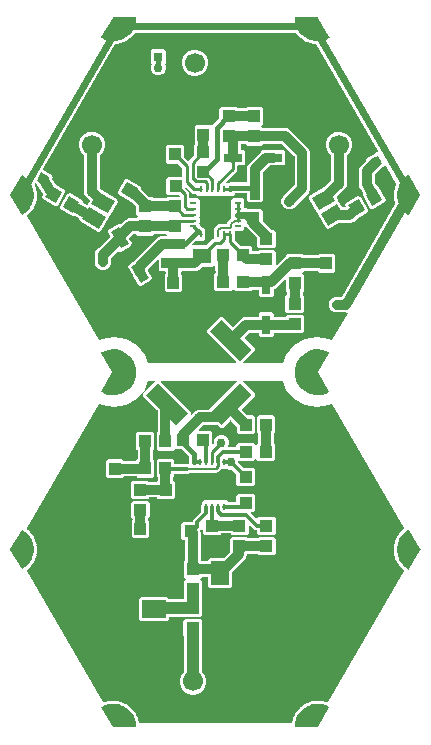
<source format=gbr>
G04 EAGLE Gerber RS-274X export*
G75*
%MOMM*%
%FSLAX34Y34*%
%LPD*%
%INTop Copper*%
%IPPOS*%
%AMOC8*
5,1,8,0,0,1.08239X$1,22.5*%
G01*
%ADD10C,1.000000*%
%ADD11R,0.250000X0.600000*%
%ADD12R,3.000000X2.133600*%
%ADD13R,0.240000X0.600000*%
%ADD14R,0.600000X0.240000*%
%ADD15R,2.159000X2.159000*%
%ADD16C,1.700000*%
%ADD17R,1.100000X1.000000*%
%ADD18R,2.000000X1.500000*%
%ADD19R,1.000000X1.100000*%
%ADD20R,1.500000X2.000000*%
%ADD21R,3.600000X1.400000*%
%ADD22R,0.800000X1.600000*%
%ADD23R,0.800000X0.800000*%
%ADD24R,1.500000X1.300000*%
%ADD25R,1.600000X0.800000*%
%ADD26R,2.000000X0.850000*%
%ADD27R,0.850000X2.000000*%
%ADD28R,1.168400X1.600200*%
%ADD29R,0.800000X0.800000*%
%ADD30C,0.756400*%
%ADD31C,1.016000*%
%ADD32C,0.812800*%
%ADD33C,0.304800*%
%ADD34C,0.406400*%
%ADD35C,0.254000*%
%ADD36C,0.203200*%
%ADD37C,0.609600*%

G36*
X394556Y198210D02*
X394556Y198210D01*
X394601Y198209D01*
X394653Y198229D01*
X394708Y198240D01*
X394745Y198266D01*
X394788Y198282D01*
X394828Y198322D01*
X394874Y198353D01*
X394898Y198391D01*
X394931Y198423D01*
X394957Y198480D01*
X394983Y198521D01*
X394989Y198553D01*
X395004Y198587D01*
X395021Y198656D01*
X395023Y198693D01*
X395034Y198737D01*
X395111Y199707D01*
X395198Y199781D01*
X395240Y199834D01*
X395289Y199882D01*
X395303Y199915D01*
X395322Y199939D01*
X395335Y199987D01*
X395362Y200046D01*
X395545Y200794D01*
X395548Y200862D01*
X395560Y200929D01*
X395552Y200964D01*
X395554Y200994D01*
X395536Y201041D01*
X395523Y201105D01*
X395480Y201211D01*
X395861Y202107D01*
X395868Y202144D01*
X395886Y202184D01*
X396118Y203129D01*
X396216Y203189D01*
X396266Y203235D01*
X396321Y203274D01*
X396341Y203304D01*
X396363Y203325D01*
X396384Y203370D01*
X396420Y203424D01*
X396721Y204133D01*
X396735Y204199D01*
X396757Y204263D01*
X396755Y204300D01*
X396761Y204330D01*
X396752Y204378D01*
X396749Y204443D01*
X396723Y204555D01*
X397242Y205378D01*
X397256Y205413D01*
X397280Y205451D01*
X397661Y206346D01*
X397767Y206389D01*
X397824Y206426D01*
X397884Y206456D01*
X397909Y206483D01*
X397934Y206499D01*
X397962Y206541D01*
X398006Y206589D01*
X398417Y207240D01*
X398441Y207304D01*
X398473Y207363D01*
X398477Y207399D01*
X398488Y207428D01*
X398487Y207477D01*
X398494Y207542D01*
X398487Y207656D01*
X399131Y208386D01*
X399150Y208418D01*
X399180Y208451D01*
X399700Y209274D01*
X399811Y209299D01*
X399873Y209327D01*
X399938Y209346D01*
X399966Y209369D01*
X399994Y209381D01*
X400028Y209418D01*
X400079Y209458D01*
X400589Y210035D01*
X400623Y210094D01*
X400664Y210147D01*
X400672Y210174D01*
X400681Y210188D01*
X400683Y210196D01*
X400690Y210209D01*
X400696Y210258D01*
X400714Y210321D01*
X400725Y210435D01*
X401478Y211051D01*
X401502Y211080D01*
X401537Y211108D01*
X402182Y211837D01*
X402296Y211844D01*
X402361Y211861D01*
X402428Y211870D01*
X402460Y211887D01*
X402490Y211895D01*
X402529Y211926D01*
X402586Y211958D01*
X403182Y212445D01*
X403225Y212498D01*
X403274Y212544D01*
X403289Y212577D01*
X403309Y212600D01*
X403323Y212648D01*
X403351Y212707D01*
X403380Y212818D01*
X404222Y213305D01*
X404250Y213330D01*
X404289Y213352D01*
X405042Y213968D01*
X405157Y213957D01*
X405224Y213963D01*
X405292Y213961D01*
X405325Y213974D01*
X405356Y213977D01*
X405400Y214000D01*
X405461Y214023D01*
X406127Y214408D01*
X406178Y214453D01*
X406234Y214491D01*
X406255Y214521D01*
X406278Y214541D01*
X406299Y214586D01*
X406336Y214640D01*
X406383Y214744D01*
X407292Y215090D01*
X407324Y215110D01*
X407366Y215126D01*
X408208Y215613D01*
X408319Y215583D01*
X408387Y215579D01*
X408453Y215566D01*
X408489Y215573D01*
X408519Y215571D01*
X408566Y215588D01*
X408630Y215600D01*
X409350Y215873D01*
X409407Y215910D01*
X409469Y215938D01*
X409493Y215964D01*
X409519Y215980D01*
X409548Y216021D01*
X409593Y216068D01*
X409656Y216164D01*
X410609Y216360D01*
X410643Y216374D01*
X410688Y216383D01*
X411597Y216729D01*
X411701Y216682D01*
X411767Y216667D01*
X411831Y216643D01*
X411867Y216644D01*
X411897Y216638D01*
X411946Y216646D01*
X412011Y216648D01*
X412766Y216803D01*
X412828Y216829D01*
X412893Y216847D01*
X412922Y216869D01*
X412950Y216881D01*
X412985Y216917D01*
X413037Y216956D01*
X413114Y217040D01*
X414086Y217081D01*
X414123Y217090D01*
X414167Y217091D01*
X415121Y217286D01*
X415216Y217223D01*
X415279Y217198D01*
X415338Y217165D01*
X415374Y217160D01*
X415402Y217148D01*
X415452Y217149D01*
X415517Y217140D01*
X416286Y217172D01*
X416352Y217188D01*
X416419Y217196D01*
X416451Y217212D01*
X416481Y217220D01*
X416521Y217249D01*
X416578Y217280D01*
X416668Y217351D01*
X417635Y217235D01*
X417672Y217238D01*
X417716Y217231D01*
X418688Y217272D01*
X418773Y217194D01*
X418831Y217159D01*
X418883Y217117D01*
X418918Y217106D01*
X418944Y217090D01*
X418993Y217083D01*
X419056Y217064D01*
X419820Y216972D01*
X419847Y216974D01*
X419874Y216969D01*
X419882Y216969D01*
X419916Y216976D01*
X419955Y216974D01*
X419989Y216985D01*
X420020Y216988D01*
X420049Y217003D01*
X420079Y217009D01*
X420099Y217022D01*
X420126Y217031D01*
X420226Y217087D01*
X421161Y216817D01*
X421198Y216814D01*
X421241Y216801D01*
X422207Y216685D01*
X422278Y216595D01*
X422330Y216551D01*
X422375Y216501D01*
X422407Y216485D01*
X422431Y216465D01*
X422478Y216450D01*
X422537Y216421D01*
X423276Y216207D01*
X423344Y216202D01*
X423410Y216188D01*
X423446Y216193D01*
X423476Y216191D01*
X423523Y216206D01*
X423588Y216217D01*
X423696Y216256D01*
X424575Y215840D01*
X424612Y215831D01*
X424652Y215811D01*
X424750Y215782D01*
X424795Y215779D01*
X424837Y215765D01*
X424893Y215771D01*
X424950Y215766D01*
X424992Y215780D01*
X425037Y215784D01*
X425087Y215811D01*
X425140Y215828D01*
X425174Y215858D01*
X425214Y215879D01*
X425255Y215927D01*
X425292Y215960D01*
X425306Y215988D01*
X425330Y216016D01*
X489607Y327350D01*
X489621Y327393D01*
X489645Y327431D01*
X489653Y327487D01*
X489671Y327540D01*
X489668Y327585D01*
X489674Y327630D01*
X489660Y327684D01*
X489656Y327740D01*
X489636Y327780D01*
X489625Y327824D01*
X489587Y327875D01*
X489565Y327919D01*
X489541Y327939D01*
X489519Y327970D01*
X489477Y328010D01*
X489445Y328030D01*
X489413Y328062D01*
X488613Y328615D01*
X488592Y328728D01*
X488567Y328790D01*
X488550Y328856D01*
X488529Y328885D01*
X488518Y328914D01*
X488483Y328949D01*
X488444Y329002D01*
X487885Y329540D01*
X487827Y329576D01*
X487775Y329620D01*
X487741Y329631D01*
X487715Y329647D01*
X487666Y329656D01*
X487604Y329676D01*
X487491Y329692D01*
X486906Y330470D01*
X486879Y330495D01*
X486852Y330531D01*
X486150Y331205D01*
X486148Y331320D01*
X486133Y331386D01*
X486127Y331453D01*
X486111Y331486D01*
X486105Y331516D01*
X486076Y331556D01*
X486047Y331614D01*
X485580Y332235D01*
X485530Y332280D01*
X485485Y332331D01*
X485453Y332348D01*
X485430Y332368D01*
X485383Y332384D01*
X485326Y332415D01*
X485216Y332449D01*
X484764Y333310D01*
X484740Y333339D01*
X484720Y333379D01*
X484136Y334157D01*
X484152Y334271D01*
X484148Y334338D01*
X484153Y334406D01*
X484142Y334440D01*
X484140Y334471D01*
X484118Y334516D01*
X484099Y334578D01*
X483738Y335265D01*
X483695Y335318D01*
X483660Y335375D01*
X483631Y335397D01*
X483612Y335421D01*
X483568Y335444D01*
X483515Y335483D01*
X483413Y335534D01*
X483105Y336457D01*
X483086Y336490D01*
X483073Y336533D01*
X482621Y337394D01*
X482655Y337504D01*
X482662Y337571D01*
X482677Y337637D01*
X482672Y337672D01*
X482675Y337703D01*
X482661Y337751D01*
X482652Y337815D01*
X482406Y338552D01*
X482372Y338610D01*
X482346Y338673D01*
X482321Y338699D01*
X482306Y338725D01*
X482266Y338756D01*
X482221Y338803D01*
X482128Y338869D01*
X481972Y339830D01*
X481959Y339865D01*
X481952Y339909D01*
X481644Y340832D01*
X481695Y340935D01*
X481713Y341000D01*
X481739Y341063D01*
X481740Y341099D01*
X481748Y341128D01*
X481741Y341177D01*
X481742Y341243D01*
X481618Y342009D01*
X481594Y342073D01*
X481579Y342138D01*
X481558Y342168D01*
X481547Y342197D01*
X481513Y342233D01*
X481476Y342286D01*
X481395Y342367D01*
X481395Y343341D01*
X481387Y343377D01*
X481388Y343422D01*
X481232Y344382D01*
X481299Y344475D01*
X481327Y344537D01*
X481363Y344595D01*
X481369Y344630D01*
X481382Y344658D01*
X481383Y344708D01*
X481395Y344772D01*
X481395Y345548D01*
X481381Y345615D01*
X481377Y345682D01*
X481361Y345715D01*
X481355Y345745D01*
X481327Y345786D01*
X481299Y345845D01*
X481232Y345938D01*
X481388Y346898D01*
X481387Y346935D01*
X481395Y346979D01*
X481395Y347953D01*
X481476Y348034D01*
X481513Y348090D01*
X481558Y348141D01*
X481570Y348175D01*
X481587Y348201D01*
X481596Y348249D01*
X481618Y348311D01*
X481742Y349077D01*
X481740Y349145D01*
X481746Y349212D01*
X481736Y349247D01*
X481735Y349278D01*
X481714Y349323D01*
X481695Y349385D01*
X481644Y349488D01*
X481952Y350411D01*
X481957Y350448D01*
X481972Y350490D01*
X482128Y351451D01*
X482221Y351517D01*
X482267Y351567D01*
X482319Y351610D01*
X482336Y351642D01*
X482357Y351664D01*
X482374Y351711D01*
X482406Y351768D01*
X482652Y352505D01*
X482660Y352572D01*
X482677Y352638D01*
X482672Y352673D01*
X482676Y352704D01*
X482663Y352752D01*
X482655Y352816D01*
X482621Y352926D01*
X483073Y353787D01*
X483083Y353823D01*
X483105Y353863D01*
X483413Y354786D01*
X483515Y354837D01*
X483569Y354878D01*
X483627Y354913D01*
X483649Y354941D01*
X483674Y354960D01*
X483698Y355003D01*
X483738Y355055D01*
X484099Y355742D01*
X484104Y355760D01*
X484109Y355769D01*
X484114Y355794D01*
X484118Y355807D01*
X484145Y355869D01*
X484146Y355905D01*
X484155Y355935D01*
X484149Y355984D01*
X484152Y356049D01*
X484136Y356163D01*
X484720Y356941D01*
X484736Y356974D01*
X484764Y357010D01*
X485216Y357871D01*
X485326Y357905D01*
X485385Y357938D01*
X485448Y357962D01*
X485475Y357987D01*
X485501Y358002D01*
X485532Y358041D01*
X485580Y358085D01*
X486047Y358706D01*
X486076Y358767D01*
X486113Y358823D01*
X486120Y358859D01*
X486133Y358886D01*
X486135Y358936D01*
X486148Y359000D01*
X486150Y359115D01*
X486852Y359789D01*
X486873Y359819D01*
X486906Y359850D01*
X487491Y360628D01*
X487604Y360644D01*
X487668Y360666D01*
X487735Y360681D01*
X487764Y360700D01*
X487793Y360711D01*
X487830Y360744D01*
X487885Y360780D01*
X488444Y361318D01*
X488483Y361374D01*
X488529Y361424D01*
X488541Y361458D01*
X488559Y361483D01*
X488569Y361531D01*
X488592Y361592D01*
X488613Y361705D01*
X489413Y362258D01*
X489439Y362285D01*
X489477Y362310D01*
X489519Y362350D01*
X489544Y362387D01*
X489578Y362417D01*
X489601Y362469D01*
X489633Y362515D01*
X489643Y362559D01*
X489661Y362600D01*
X489663Y362656D01*
X489675Y362711D01*
X489666Y362755D01*
X489668Y362800D01*
X489646Y362860D01*
X489637Y362908D01*
X489620Y362934D01*
X489607Y362970D01*
X428897Y468125D01*
X428894Y468128D01*
X428892Y468133D01*
X428828Y468203D01*
X428765Y468275D01*
X428760Y468277D01*
X428757Y468281D01*
X428670Y468321D01*
X428584Y468362D01*
X428579Y468362D01*
X428574Y468365D01*
X428480Y468368D01*
X428384Y468373D01*
X428379Y468371D01*
X428374Y468371D01*
X428204Y468310D01*
X426288Y467204D01*
X416062Y465401D01*
X405836Y467204D01*
X396843Y472396D01*
X390168Y480350D01*
X387573Y487480D01*
X387564Y487495D01*
X387560Y487513D01*
X387512Y487580D01*
X387469Y487651D01*
X387454Y487662D01*
X387444Y487676D01*
X387373Y487720D01*
X387306Y487769D01*
X387289Y487773D01*
X387274Y487782D01*
X387158Y487803D01*
X387111Y487814D01*
X387104Y487813D01*
X387096Y487814D01*
X353990Y487814D01*
X353987Y487813D01*
X353984Y487814D01*
X353890Y487794D01*
X353793Y487774D01*
X353791Y487773D01*
X353788Y487772D01*
X353708Y487716D01*
X353627Y487662D01*
X353626Y487659D01*
X353624Y487658D01*
X353570Y487574D01*
X353518Y487494D01*
X353518Y487491D01*
X353516Y487489D01*
X353500Y487392D01*
X353482Y487296D01*
X353483Y487294D01*
X353483Y487291D01*
X353505Y487197D01*
X353526Y487101D01*
X353528Y487099D01*
X353528Y487096D01*
X353631Y486948D01*
X363318Y477260D01*
X363318Y475156D01*
X352530Y464368D01*
X352527Y464363D01*
X352523Y464360D01*
X352472Y464280D01*
X352419Y464201D01*
X352418Y464195D01*
X352416Y464191D01*
X352400Y464097D01*
X352382Y464004D01*
X352383Y463999D01*
X352382Y463993D01*
X352404Y463901D01*
X352423Y463808D01*
X352426Y463803D01*
X352428Y463798D01*
X352530Y463650D01*
X357141Y459039D01*
X357148Y459035D01*
X357152Y459029D01*
X357231Y458980D01*
X357308Y458928D01*
X357316Y458927D01*
X357323Y458923D01*
X357500Y458891D01*
X362042Y458891D01*
X363531Y457402D01*
X363531Y444298D01*
X362042Y442809D01*
X349938Y442809D01*
X348449Y444298D01*
X348449Y448840D01*
X348448Y448848D01*
X348449Y448856D01*
X348428Y448945D01*
X348410Y449037D01*
X348405Y449043D01*
X348403Y449051D01*
X348301Y449199D01*
X343190Y454310D01*
X343185Y454313D01*
X343182Y454317D01*
X343102Y454368D01*
X343023Y454421D01*
X343018Y454422D01*
X343013Y454424D01*
X342919Y454440D01*
X342826Y454458D01*
X342821Y454457D01*
X342816Y454458D01*
X342723Y454436D01*
X342630Y454417D01*
X342626Y454414D01*
X342620Y454412D01*
X342472Y454310D01*
X336374Y448212D01*
X334269Y448212D01*
X332234Y450247D01*
X332228Y450251D01*
X332223Y450257D01*
X332145Y450306D01*
X332067Y450358D01*
X332060Y450359D01*
X332053Y450363D01*
X331876Y450395D01*
X320246Y450395D01*
X320238Y450394D01*
X320230Y450395D01*
X320140Y450374D01*
X320049Y450356D01*
X320043Y450351D01*
X320035Y450349D01*
X319887Y450247D01*
X316197Y446557D01*
X316196Y446554D01*
X316194Y446553D01*
X316141Y446472D01*
X316086Y446390D01*
X316086Y446387D01*
X316084Y446385D01*
X316067Y446289D01*
X316049Y446193D01*
X316049Y446190D01*
X316049Y446188D01*
X316070Y446091D01*
X316090Y445997D01*
X316092Y445995D01*
X316092Y445992D01*
X316149Y445912D01*
X316205Y445832D01*
X316207Y445831D01*
X316208Y445829D01*
X316291Y445777D01*
X316374Y445725D01*
X316376Y445724D01*
X316379Y445723D01*
X316556Y445691D01*
X326202Y445691D01*
X327691Y444202D01*
X327691Y434635D01*
X327691Y434632D01*
X327691Y434629D01*
X327711Y434535D01*
X327730Y434438D01*
X327732Y434436D01*
X327732Y434433D01*
X327788Y434353D01*
X327843Y434272D01*
X327845Y434271D01*
X327847Y434269D01*
X327930Y434216D01*
X328011Y434163D01*
X328014Y434163D01*
X328016Y434161D01*
X328112Y434145D01*
X328208Y434127D01*
X328211Y434128D01*
X328213Y434128D01*
X328307Y434149D01*
X328404Y434171D01*
X328406Y434173D01*
X328409Y434173D01*
X328557Y434276D01*
X328809Y434528D01*
X328813Y434534D01*
X328819Y434539D01*
X328869Y434618D01*
X328920Y434695D01*
X328921Y434703D01*
X328925Y434709D01*
X328957Y434887D01*
X328957Y436868D01*
X329920Y439192D01*
X331698Y440970D01*
X332285Y441213D01*
X333509Y441720D01*
X333510Y441720D01*
X334022Y441933D01*
X336538Y441933D01*
X338862Y440970D01*
X340640Y439192D01*
X341603Y436868D01*
X341603Y434352D01*
X340942Y432756D01*
X340941Y432752D01*
X340939Y432749D01*
X340922Y432654D01*
X340903Y432559D01*
X340904Y432556D01*
X340903Y432552D01*
X340924Y432458D01*
X340944Y432363D01*
X340946Y432360D01*
X340947Y432356D01*
X341003Y432277D01*
X341057Y432198D01*
X341060Y432196D01*
X341063Y432193D01*
X341145Y432141D01*
X341226Y432089D01*
X341230Y432089D01*
X341233Y432087D01*
X341410Y432055D01*
X347442Y432055D01*
X347447Y432056D01*
X347452Y432055D01*
X347545Y432076D01*
X347639Y432094D01*
X347643Y432097D01*
X347648Y432098D01*
X347726Y432154D01*
X347804Y432207D01*
X347807Y432211D01*
X347811Y432214D01*
X347862Y432296D01*
X347914Y432375D01*
X347914Y432380D01*
X347917Y432385D01*
X347949Y432562D01*
X347949Y434042D01*
X349438Y435531D01*
X362542Y435531D01*
X364131Y433942D01*
X364136Y433939D01*
X364139Y433935D01*
X364219Y433883D01*
X364298Y433831D01*
X364303Y433830D01*
X364308Y433827D01*
X364402Y433811D01*
X364495Y433793D01*
X364500Y433794D01*
X364505Y433793D01*
X364598Y433815D01*
X364691Y433835D01*
X364696Y433838D01*
X364701Y433839D01*
X364849Y433942D01*
X366237Y435330D01*
X366241Y435336D01*
X366247Y435341D01*
X366296Y435420D01*
X366348Y435497D01*
X366349Y435504D01*
X366353Y435511D01*
X366385Y435688D01*
X366385Y443152D01*
X366384Y443159D01*
X366385Y443167D01*
X366364Y443257D01*
X366346Y443348D01*
X366341Y443355D01*
X366339Y443362D01*
X366237Y443510D01*
X365449Y444298D01*
X365449Y457402D01*
X366938Y458891D01*
X379042Y458891D01*
X380531Y457402D01*
X380531Y444298D01*
X379743Y443510D01*
X379739Y443504D01*
X379733Y443499D01*
X379684Y443421D01*
X379632Y443343D01*
X379631Y443335D01*
X379627Y443329D01*
X379595Y443152D01*
X379595Y435688D01*
X379596Y435681D01*
X379595Y435673D01*
X379616Y435583D01*
X379634Y435492D01*
X379639Y435485D01*
X379641Y435478D01*
X379743Y435330D01*
X381031Y434042D01*
X381031Y421938D01*
X379542Y420449D01*
X366438Y420449D01*
X364849Y422038D01*
X364844Y422041D01*
X364841Y422045D01*
X364761Y422097D01*
X364682Y422149D01*
X364677Y422150D01*
X364672Y422153D01*
X364578Y422169D01*
X364485Y422187D01*
X364480Y422186D01*
X364475Y422187D01*
X364382Y422165D01*
X364289Y422145D01*
X364284Y422142D01*
X364279Y422141D01*
X364131Y422038D01*
X362542Y420449D01*
X350120Y420449D01*
X350115Y420448D01*
X350110Y420449D01*
X350017Y420428D01*
X349923Y420410D01*
X349919Y420407D01*
X349914Y420406D01*
X349836Y420350D01*
X349758Y420297D01*
X349755Y420293D01*
X349751Y420290D01*
X349700Y420208D01*
X349648Y420129D01*
X349648Y420124D01*
X349645Y420119D01*
X349613Y419942D01*
X349613Y418736D01*
X349614Y418728D01*
X349613Y418720D01*
X349634Y418630D01*
X349652Y418539D01*
X349657Y418533D01*
X349659Y418525D01*
X349761Y418377D01*
X354049Y414089D01*
X354056Y414085D01*
X354060Y414079D01*
X354139Y414030D01*
X354216Y413978D01*
X354224Y413977D01*
X354230Y413973D01*
X354408Y413941D01*
X362542Y413941D01*
X364031Y412452D01*
X364031Y400348D01*
X362542Y398859D01*
X349438Y398859D01*
X347949Y400348D01*
X347949Y408482D01*
X347948Y408490D01*
X347949Y408498D01*
X347928Y408588D01*
X347910Y408679D01*
X347905Y408685D01*
X347903Y408693D01*
X347801Y408841D01*
X344013Y412629D01*
X344012Y412630D01*
X344009Y412631D01*
X344006Y412633D01*
X344002Y412639D01*
X343923Y412688D01*
X343846Y412740D01*
X343838Y412741D01*
X343832Y412745D01*
X343654Y412777D01*
X342032Y412777D01*
X340159Y413553D01*
X340153Y413554D01*
X340147Y413558D01*
X340055Y413574D01*
X339962Y413592D01*
X339956Y413590D01*
X339949Y413592D01*
X339858Y413570D01*
X339805Y413559D01*
X335680Y413559D01*
X335672Y413558D01*
X335664Y413559D01*
X335575Y413538D01*
X335483Y413520D01*
X335477Y413515D01*
X335469Y413513D01*
X335321Y413411D01*
X332424Y410513D01*
X332275Y410513D01*
X332267Y410512D01*
X332259Y410513D01*
X332169Y410492D01*
X332078Y410474D01*
X332072Y410469D01*
X332064Y410467D01*
X331916Y410365D01*
X331303Y409751D01*
X308472Y409751D01*
X308464Y409750D01*
X308456Y409751D01*
X308366Y409730D01*
X308275Y409712D01*
X308269Y409707D01*
X308261Y409705D01*
X308113Y409603D01*
X307754Y409243D01*
X295948Y409243D01*
X295943Y409242D01*
X295938Y409243D01*
X295845Y409222D01*
X295751Y409204D01*
X295747Y409201D01*
X295742Y409200D01*
X295664Y409144D01*
X295586Y409091D01*
X295583Y409087D01*
X295579Y409084D01*
X295528Y409002D01*
X295476Y408923D01*
X295476Y408918D01*
X295473Y408913D01*
X295441Y408736D01*
X295441Y407468D01*
X294653Y406680D01*
X294649Y406674D01*
X294643Y406669D01*
X294594Y406591D01*
X294542Y406513D01*
X294541Y406505D01*
X294537Y406499D01*
X294505Y406322D01*
X294505Y403898D01*
X294506Y403893D01*
X294505Y403888D01*
X294526Y403795D01*
X294544Y403701D01*
X294547Y403697D01*
X294548Y403692D01*
X294604Y403614D01*
X294657Y403536D01*
X294661Y403533D01*
X294664Y403529D01*
X294746Y403478D01*
X294773Y403461D01*
X296331Y401902D01*
X296331Y389798D01*
X294842Y388309D01*
X281738Y388309D01*
X280950Y389097D01*
X280944Y389101D01*
X280939Y389107D01*
X280861Y389156D01*
X280783Y389208D01*
X280775Y389209D01*
X280769Y389213D01*
X280592Y389245D01*
X274398Y389245D01*
X274391Y389244D01*
X274383Y389245D01*
X274293Y389224D01*
X274202Y389206D01*
X274195Y389201D01*
X274188Y389199D01*
X274040Y389097D01*
X273252Y388309D01*
X260148Y388309D01*
X258659Y389798D01*
X258659Y401902D01*
X260148Y403391D01*
X273252Y403391D01*
X274040Y402603D01*
X274046Y402599D01*
X274051Y402593D01*
X274129Y402544D01*
X274207Y402492D01*
X274215Y402491D01*
X274221Y402487D01*
X274398Y402455D01*
X280592Y402455D01*
X280599Y402456D01*
X280607Y402455D01*
X280697Y402476D01*
X280788Y402494D01*
X280795Y402499D01*
X280802Y402501D01*
X280950Y402603D01*
X281147Y402800D01*
X281151Y402806D01*
X281157Y402811D01*
X281206Y402890D01*
X281258Y402967D01*
X281259Y402974D01*
X281263Y402981D01*
X281295Y403158D01*
X281295Y406322D01*
X281294Y406329D01*
X281295Y406337D01*
X281274Y406427D01*
X281256Y406518D01*
X281251Y406525D01*
X281249Y406532D01*
X281147Y406680D01*
X280359Y407468D01*
X280359Y420572D01*
X281848Y422061D01*
X293952Y422061D01*
X295441Y420572D01*
X295441Y417880D01*
X295442Y417875D01*
X295441Y417870D01*
X295462Y417777D01*
X295480Y417683D01*
X295483Y417679D01*
X295484Y417674D01*
X295540Y417596D01*
X295593Y417518D01*
X295597Y417515D01*
X295600Y417511D01*
X295682Y417460D01*
X295761Y417408D01*
X295766Y417408D01*
X295771Y417405D01*
X295948Y417373D01*
X307340Y417373D01*
X307345Y417374D01*
X307350Y417373D01*
X307443Y417394D01*
X307537Y417412D01*
X307541Y417415D01*
X307546Y417416D01*
X307624Y417472D01*
X307702Y417525D01*
X307705Y417529D01*
X307709Y417532D01*
X307760Y417614D01*
X307812Y417693D01*
X307812Y417698D01*
X307815Y417703D01*
X307847Y417880D01*
X307847Y423736D01*
X307846Y423744D01*
X307847Y423751D01*
X307826Y423841D01*
X307808Y423932D01*
X307803Y423939D01*
X307801Y423947D01*
X307699Y424095D01*
X301332Y430461D01*
X301326Y430465D01*
X301321Y430471D01*
X301243Y430520D01*
X301166Y430572D01*
X301158Y430573D01*
X301151Y430577D01*
X300974Y430609D01*
X295933Y430609D01*
X295925Y430608D01*
X295917Y430609D01*
X295827Y430588D01*
X295736Y430570D01*
X295729Y430565D01*
X295722Y430563D01*
X295574Y430461D01*
X293952Y428839D01*
X281848Y428839D01*
X280359Y430328D01*
X280359Y443432D01*
X281147Y444220D01*
X281151Y444226D01*
X281157Y444231D01*
X281206Y444310D01*
X281258Y444387D01*
X281259Y444395D01*
X281263Y444401D01*
X281295Y444579D01*
X281295Y462792D01*
X281294Y462800D01*
X281295Y462807D01*
X281274Y462897D01*
X281256Y462988D01*
X281251Y462995D01*
X281249Y463003D01*
X281147Y463151D01*
X269142Y475156D01*
X269142Y477260D01*
X278829Y486948D01*
X278830Y486950D01*
X278833Y486952D01*
X278885Y487032D01*
X278940Y487115D01*
X278940Y487118D01*
X278942Y487120D01*
X278959Y487216D01*
X278978Y487312D01*
X278977Y487314D01*
X278977Y487317D01*
X278956Y487413D01*
X278936Y487508D01*
X278934Y487510D01*
X278934Y487513D01*
X278877Y487592D01*
X278822Y487673D01*
X278819Y487674D01*
X278818Y487676D01*
X278735Y487728D01*
X278652Y487780D01*
X278650Y487781D01*
X278648Y487782D01*
X278470Y487814D01*
X273304Y487814D01*
X273286Y487810D01*
X273269Y487813D01*
X273189Y487791D01*
X273107Y487774D01*
X273092Y487764D01*
X273075Y487760D01*
X273010Y487708D01*
X272941Y487662D01*
X272932Y487647D01*
X272918Y487636D01*
X272858Y487534D01*
X272832Y487494D01*
X272831Y487487D01*
X272827Y487480D01*
X270232Y480350D01*
X263557Y472396D01*
X254564Y467204D01*
X244338Y465401D01*
X234112Y467204D01*
X232196Y468310D01*
X232191Y468312D01*
X232187Y468315D01*
X232096Y468344D01*
X232006Y468374D01*
X232000Y468374D01*
X231995Y468375D01*
X231901Y468366D01*
X231806Y468360D01*
X231801Y468357D01*
X231796Y468357D01*
X231711Y468311D01*
X231627Y468269D01*
X231624Y468265D01*
X231619Y468262D01*
X231503Y468125D01*
X170793Y362970D01*
X170779Y362927D01*
X170755Y362888D01*
X170747Y362833D01*
X170729Y362780D01*
X170732Y362735D01*
X170726Y362690D01*
X170740Y362636D01*
X170744Y362580D01*
X170764Y362540D01*
X170775Y362496D01*
X170813Y362445D01*
X170835Y362401D01*
X170859Y362380D01*
X170881Y362350D01*
X170923Y362310D01*
X170955Y362290D01*
X170987Y362258D01*
X171787Y361705D01*
X171808Y361592D01*
X171833Y361530D01*
X171850Y361464D01*
X171871Y361435D01*
X171882Y361406D01*
X171917Y361371D01*
X171956Y361318D01*
X172515Y360780D01*
X172573Y360744D01*
X172625Y360700D01*
X172659Y360689D01*
X172685Y360673D01*
X172734Y360664D01*
X172796Y360644D01*
X172909Y360628D01*
X173494Y359850D01*
X173521Y359825D01*
X173548Y359789D01*
X174250Y359115D01*
X174252Y359000D01*
X174267Y358934D01*
X174273Y358867D01*
X174289Y358834D01*
X174295Y358804D01*
X174324Y358764D01*
X174353Y358706D01*
X174820Y358085D01*
X174870Y358040D01*
X174915Y357989D01*
X174947Y357972D01*
X174970Y357952D01*
X175017Y357936D01*
X175074Y357905D01*
X175184Y357871D01*
X175636Y357010D01*
X175660Y356981D01*
X175680Y356941D01*
X176264Y356163D01*
X176248Y356049D01*
X176252Y355982D01*
X176247Y355914D01*
X176258Y355880D01*
X176260Y355849D01*
X176282Y355804D01*
X176298Y355753D01*
X176299Y355750D01*
X176299Y355749D01*
X176301Y355742D01*
X176662Y355055D01*
X176705Y355002D01*
X176740Y354945D01*
X176769Y354923D01*
X176788Y354899D01*
X176832Y354876D01*
X176885Y354837D01*
X176987Y354786D01*
X177295Y353863D01*
X177314Y353830D01*
X177327Y353787D01*
X177779Y352926D01*
X177745Y352816D01*
X177738Y352749D01*
X177723Y352683D01*
X177728Y352647D01*
X177725Y352617D01*
X177739Y352569D01*
X177748Y352505D01*
X177994Y351768D01*
X178028Y351710D01*
X178054Y351647D01*
X178079Y351621D01*
X178094Y351595D01*
X178134Y351564D01*
X178179Y351517D01*
X178272Y351451D01*
X178428Y350490D01*
X178441Y350455D01*
X178448Y350411D01*
X178756Y349488D01*
X178705Y349385D01*
X178687Y349320D01*
X178661Y349257D01*
X178660Y349221D01*
X178652Y349192D01*
X178659Y349143D01*
X178658Y349077D01*
X178782Y348311D01*
X178806Y348247D01*
X178821Y348182D01*
X178842Y348152D01*
X178853Y348123D01*
X178887Y348087D01*
X178924Y348034D01*
X179005Y347953D01*
X179005Y346979D01*
X179013Y346943D01*
X179012Y346898D01*
X179168Y345938D01*
X179101Y345845D01*
X179073Y345783D01*
X179037Y345726D01*
X179031Y345690D01*
X179018Y345662D01*
X179017Y345612D01*
X179005Y345548D01*
X179005Y344772D01*
X179019Y344705D01*
X179023Y344638D01*
X179039Y344605D01*
X179045Y344575D01*
X179073Y344534D01*
X179101Y344475D01*
X179168Y344382D01*
X179012Y343422D01*
X179013Y343385D01*
X179005Y343341D01*
X179005Y342367D01*
X178924Y342286D01*
X178887Y342230D01*
X178842Y342179D01*
X178830Y342145D01*
X178813Y342119D01*
X178804Y342071D01*
X178782Y342009D01*
X178658Y341243D01*
X178660Y341175D01*
X178654Y341108D01*
X178664Y341073D01*
X178665Y341042D01*
X178686Y340997D01*
X178705Y340935D01*
X178756Y340832D01*
X178448Y339909D01*
X178443Y339872D01*
X178428Y339830D01*
X178272Y338869D01*
X178179Y338803D01*
X178133Y338753D01*
X178081Y338710D01*
X178064Y338678D01*
X178043Y338656D01*
X178026Y338609D01*
X177994Y338552D01*
X177748Y337815D01*
X177740Y337748D01*
X177723Y337682D01*
X177728Y337647D01*
X177724Y337616D01*
X177737Y337568D01*
X177745Y337504D01*
X177779Y337394D01*
X177327Y336533D01*
X177317Y336497D01*
X177295Y336457D01*
X176987Y335534D01*
X176885Y335483D01*
X176831Y335442D01*
X176773Y335407D01*
X176751Y335379D01*
X176726Y335360D01*
X176702Y335317D01*
X176662Y335265D01*
X176301Y334578D01*
X176282Y334513D01*
X176255Y334451D01*
X176254Y334415D01*
X176245Y334385D01*
X176251Y334336D01*
X176248Y334271D01*
X176264Y334157D01*
X175680Y333379D01*
X175664Y333346D01*
X175636Y333310D01*
X175184Y332449D01*
X175074Y332415D01*
X175015Y332382D01*
X174952Y332358D01*
X174925Y332333D01*
X174899Y332318D01*
X174868Y332279D01*
X174820Y332235D01*
X174353Y331614D01*
X174324Y331553D01*
X174287Y331497D01*
X174280Y331461D01*
X174267Y331434D01*
X174265Y331384D01*
X174252Y331320D01*
X174250Y331205D01*
X173548Y330531D01*
X173527Y330501D01*
X173494Y330470D01*
X172909Y329692D01*
X172796Y329676D01*
X172732Y329654D01*
X172665Y329639D01*
X172636Y329620D01*
X172607Y329609D01*
X172570Y329576D01*
X172515Y329540D01*
X171956Y329002D01*
X171917Y328946D01*
X171871Y328896D01*
X171859Y328862D01*
X171841Y328837D01*
X171831Y328789D01*
X171808Y328728D01*
X171787Y328615D01*
X170987Y328062D01*
X170961Y328035D01*
X170923Y328010D01*
X170881Y327970D01*
X170856Y327933D01*
X170822Y327903D01*
X170799Y327851D01*
X170767Y327805D01*
X170757Y327761D01*
X170739Y327720D01*
X170737Y327664D01*
X170725Y327609D01*
X170734Y327565D01*
X170732Y327520D01*
X170754Y327460D01*
X170763Y327412D01*
X170780Y327386D01*
X170793Y327350D01*
X235070Y216016D01*
X235100Y215983D01*
X235121Y215943D01*
X235165Y215908D01*
X235203Y215866D01*
X235243Y215846D01*
X235278Y215818D01*
X235332Y215803D01*
X235383Y215779D01*
X235428Y215776D01*
X235471Y215764D01*
X235534Y215771D01*
X235583Y215768D01*
X235613Y215779D01*
X235650Y215782D01*
X235748Y215811D01*
X235781Y215828D01*
X235825Y215840D01*
X236704Y216256D01*
X236812Y216217D01*
X236879Y216207D01*
X236944Y216189D01*
X236980Y216193D01*
X237011Y216188D01*
X237059Y216201D01*
X237124Y216207D01*
X237863Y216421D01*
X237924Y216452D01*
X237987Y216475D01*
X238014Y216499D01*
X238041Y216513D01*
X238073Y216551D01*
X238122Y216595D01*
X238193Y216685D01*
X239159Y216801D01*
X239194Y216813D01*
X239239Y216817D01*
X240174Y217087D01*
X240274Y217031D01*
X240310Y217020D01*
X240341Y217001D01*
X240373Y216995D01*
X240400Y216982D01*
X240436Y216980D01*
X240465Y216971D01*
X240492Y216974D01*
X240518Y216969D01*
X240526Y216969D01*
X240549Y216974D01*
X240580Y216972D01*
X241344Y217064D01*
X241409Y217085D01*
X241475Y217098D01*
X241506Y217117D01*
X241535Y217127D01*
X241572Y217159D01*
X241627Y217194D01*
X241712Y217272D01*
X242684Y217231D01*
X242721Y217237D01*
X242765Y217235D01*
X243732Y217351D01*
X243822Y217280D01*
X243882Y217249D01*
X243938Y217211D01*
X243973Y217203D01*
X244001Y217190D01*
X244050Y217186D01*
X244114Y217172D01*
X244883Y217140D01*
X244950Y217151D01*
X245018Y217153D01*
X245051Y217167D01*
X245081Y217172D01*
X245124Y217198D01*
X245184Y217223D01*
X245279Y217286D01*
X246233Y217091D01*
X246270Y217091D01*
X246314Y217081D01*
X247286Y217040D01*
X247363Y216956D01*
X247418Y216916D01*
X247467Y216870D01*
X247501Y216856D01*
X247525Y216838D01*
X247574Y216827D01*
X247635Y216803D01*
X248389Y216648D01*
X248457Y216648D01*
X248524Y216639D01*
X248559Y216647D01*
X248589Y216647D01*
X248635Y216666D01*
X248698Y216682D01*
X248803Y216729D01*
X249712Y216383D01*
X249749Y216377D01*
X249791Y216360D01*
X250744Y216164D01*
X250807Y216068D01*
X250855Y216020D01*
X250896Y215966D01*
X250927Y215948D01*
X250948Y215926D01*
X250994Y215907D01*
X251050Y215873D01*
X251770Y215600D01*
X251837Y215588D01*
X251901Y215569D01*
X251937Y215572D01*
X251968Y215567D01*
X252016Y215578D01*
X252081Y215584D01*
X252192Y215613D01*
X253034Y215126D01*
X253069Y215114D01*
X253108Y215090D01*
X254017Y214744D01*
X254064Y214640D01*
X254103Y214585D01*
X254135Y214525D01*
X254163Y214501D01*
X254180Y214477D01*
X254223Y214451D01*
X254273Y214408D01*
X254939Y214023D01*
X255003Y214001D01*
X255064Y213971D01*
X255100Y213968D01*
X255129Y213958D01*
X255178Y213962D01*
X255243Y213957D01*
X255358Y213968D01*
X256111Y213352D01*
X256143Y213334D01*
X256178Y213305D01*
X257020Y212818D01*
X257049Y212707D01*
X257079Y212646D01*
X257101Y212582D01*
X257125Y212555D01*
X257138Y212527D01*
X257176Y212495D01*
X257218Y212445D01*
X257814Y211958D01*
X257874Y211926D01*
X257929Y211887D01*
X257964Y211878D01*
X257991Y211864D01*
X258041Y211859D01*
X258104Y211844D01*
X258218Y211837D01*
X258863Y211108D01*
X258893Y211085D01*
X258922Y211051D01*
X259675Y210435D01*
X259686Y210321D01*
X259706Y210256D01*
X259717Y210189D01*
X259725Y210176D01*
X259727Y210169D01*
X259737Y210154D01*
X259745Y210129D01*
X259777Y210091D01*
X259811Y210035D01*
X260321Y209458D01*
X260375Y209417D01*
X260423Y209370D01*
X260456Y209356D01*
X260480Y209337D01*
X260529Y209325D01*
X260589Y209299D01*
X260700Y209274D01*
X261220Y208451D01*
X261245Y208424D01*
X261269Y208386D01*
X261913Y207656D01*
X261906Y207542D01*
X261915Y207475D01*
X261916Y207407D01*
X261929Y207374D01*
X261933Y207344D01*
X261959Y207301D01*
X261983Y207240D01*
X262394Y206589D01*
X262441Y206540D01*
X262481Y206485D01*
X262511Y206466D01*
X262532Y206444D01*
X262578Y206424D01*
X262633Y206389D01*
X262739Y206346D01*
X263120Y205451D01*
X263141Y205420D01*
X263158Y205378D01*
X263677Y204555D01*
X263651Y204443D01*
X263650Y204376D01*
X263639Y204309D01*
X263647Y204274D01*
X263646Y204243D01*
X263665Y204197D01*
X263679Y204133D01*
X263980Y203424D01*
X264018Y203368D01*
X264049Y203308D01*
X264076Y203284D01*
X264093Y203259D01*
X264135Y203232D01*
X264184Y203189D01*
X264282Y203129D01*
X264514Y202184D01*
X264530Y202151D01*
X264539Y202107D01*
X264920Y201211D01*
X264877Y201105D01*
X264865Y201038D01*
X264843Y200974D01*
X264846Y200938D01*
X264840Y200908D01*
X264851Y200859D01*
X264855Y200794D01*
X265038Y200046D01*
X265067Y199985D01*
X265087Y199921D01*
X265110Y199893D01*
X265123Y199865D01*
X265160Y199832D01*
X265202Y199781D01*
X265289Y199707D01*
X265366Y198737D01*
X265376Y198701D01*
X265379Y198656D01*
X265396Y198587D01*
X265415Y198546D01*
X265425Y198502D01*
X265457Y198456D01*
X265481Y198406D01*
X265515Y198375D01*
X265541Y198339D01*
X265588Y198309D01*
X265630Y198272D01*
X265673Y198257D01*
X265711Y198233D01*
X265773Y198222D01*
X265819Y198205D01*
X265851Y198207D01*
X265888Y198201D01*
X394512Y198201D01*
X394556Y198210D01*
G37*
G36*
X347515Y503041D02*
X347515Y503041D01*
X347518Y503040D01*
X347613Y503060D01*
X347709Y503080D01*
X347711Y503081D01*
X347714Y503082D01*
X347795Y503138D01*
X347875Y503192D01*
X347876Y503195D01*
X347879Y503196D01*
X347932Y503280D01*
X347984Y503360D01*
X347985Y503363D01*
X347986Y503365D01*
X348003Y503462D01*
X348020Y503558D01*
X348019Y503560D01*
X348020Y503563D01*
X347998Y503657D01*
X347976Y503753D01*
X347975Y503756D01*
X347974Y503758D01*
X347871Y503906D01*
X322882Y528896D01*
X322882Y531001D01*
X334269Y542388D01*
X336374Y542388D01*
X344817Y533945D01*
X344822Y533942D01*
X344825Y533938D01*
X344905Y533887D01*
X344984Y533834D01*
X344990Y533833D01*
X344994Y533831D01*
X345088Y533815D01*
X345181Y533797D01*
X345186Y533798D01*
X345192Y533797D01*
X345284Y533819D01*
X345377Y533838D01*
X345382Y533841D01*
X345387Y533843D01*
X345535Y533945D01*
X350709Y539120D01*
X352639Y541049D01*
X352818Y541123D01*
X352818Y541124D01*
X354043Y541631D01*
X355066Y542055D01*
X366332Y542055D01*
X366337Y542056D01*
X366342Y542055D01*
X366435Y542076D01*
X366529Y542094D01*
X366533Y542097D01*
X366538Y542098D01*
X366616Y542154D01*
X366694Y542207D01*
X366697Y542211D01*
X366701Y542214D01*
X366752Y542296D01*
X366804Y542375D01*
X366804Y542380D01*
X366807Y542385D01*
X366839Y542562D01*
X366839Y544502D01*
X368328Y545991D01*
X378432Y545991D01*
X379921Y544502D01*
X379921Y542562D01*
X379922Y542557D01*
X379921Y542552D01*
X379942Y542459D01*
X379960Y542365D01*
X379963Y542361D01*
X379964Y542356D01*
X380020Y542278D01*
X380073Y542200D01*
X380077Y542197D01*
X380080Y542193D01*
X380162Y542142D01*
X380241Y542090D01*
X380246Y542090D01*
X380251Y542087D01*
X380428Y542055D01*
X388962Y542055D01*
X388967Y542056D01*
X388972Y542055D01*
X389065Y542076D01*
X389159Y542094D01*
X389163Y542097D01*
X389168Y542098D01*
X389246Y542154D01*
X389324Y542207D01*
X389327Y542211D01*
X389331Y542214D01*
X389381Y542294D01*
X390958Y543871D01*
X404062Y543871D01*
X405551Y542382D01*
X405551Y530278D01*
X404062Y528789D01*
X390911Y528789D01*
X390883Y528808D01*
X390875Y528809D01*
X390869Y528813D01*
X390691Y528845D01*
X380428Y528845D01*
X380423Y528844D01*
X380418Y528845D01*
X380325Y528824D01*
X380231Y528806D01*
X380227Y528803D01*
X380222Y528802D01*
X380144Y528746D01*
X380066Y528693D01*
X380063Y528689D01*
X380059Y528686D01*
X380008Y528604D01*
X379956Y528525D01*
X379956Y528520D01*
X379953Y528515D01*
X379921Y528338D01*
X379921Y526398D01*
X378432Y524909D01*
X368328Y524909D01*
X366839Y526398D01*
X366839Y528338D01*
X366838Y528343D01*
X366839Y528348D01*
X366818Y528441D01*
X366800Y528535D01*
X366797Y528539D01*
X366796Y528544D01*
X366740Y528622D01*
X366687Y528700D01*
X366683Y528703D01*
X366680Y528707D01*
X366598Y528758D01*
X366519Y528810D01*
X366514Y528810D01*
X366509Y528813D01*
X366332Y528845D01*
X359326Y528845D01*
X359318Y528844D01*
X359310Y528845D01*
X359221Y528824D01*
X359129Y528806D01*
X359123Y528801D01*
X359115Y528799D01*
X358967Y528697D01*
X354875Y524605D01*
X354872Y524600D01*
X354868Y524597D01*
X354817Y524517D01*
X354764Y524438D01*
X354763Y524433D01*
X354761Y524428D01*
X354745Y524334D01*
X354727Y524241D01*
X354728Y524236D01*
X354727Y524231D01*
X354749Y524138D01*
X354768Y524045D01*
X354771Y524041D01*
X354773Y524035D01*
X354875Y523887D01*
X363318Y515444D01*
X363318Y513339D01*
X353885Y503906D01*
X353884Y503904D01*
X353881Y503902D01*
X353829Y503822D01*
X353774Y503739D01*
X353774Y503736D01*
X353772Y503734D01*
X353755Y503638D01*
X353736Y503542D01*
X353737Y503540D01*
X353737Y503537D01*
X353758Y503441D01*
X353778Y503346D01*
X353780Y503344D01*
X353780Y503341D01*
X353837Y503262D01*
X353892Y503181D01*
X353895Y503180D01*
X353896Y503178D01*
X353979Y503126D01*
X354062Y503074D01*
X354064Y503074D01*
X354066Y503072D01*
X354244Y503040D01*
X387189Y503040D01*
X387206Y503044D01*
X387224Y503041D01*
X387304Y503063D01*
X387385Y503080D01*
X387400Y503090D01*
X387417Y503094D01*
X387482Y503146D01*
X387551Y503192D01*
X387561Y503207D01*
X387575Y503218D01*
X387634Y503320D01*
X387660Y503360D01*
X387662Y503367D01*
X387666Y503374D01*
X390168Y510250D01*
X396843Y518204D01*
X405836Y523396D01*
X416062Y525199D01*
X426288Y523396D01*
X428326Y522220D01*
X428331Y522218D01*
X428335Y522215D01*
X428426Y522186D01*
X428516Y522156D01*
X428521Y522156D01*
X428526Y522155D01*
X428621Y522164D01*
X428716Y522170D01*
X428720Y522173D01*
X428726Y522173D01*
X428810Y522218D01*
X428894Y522261D01*
X428898Y522265D01*
X428902Y522268D01*
X429019Y522405D01*
X442057Y544988D01*
X442057Y544991D01*
X442059Y544993D01*
X442089Y545085D01*
X442120Y545178D01*
X442120Y545181D01*
X442121Y545184D01*
X442113Y545281D01*
X442106Y545378D01*
X442105Y545381D01*
X442104Y545383D01*
X442059Y545471D01*
X442015Y545557D01*
X442013Y545559D01*
X442012Y545561D01*
X441936Y545624D01*
X441862Y545686D01*
X441859Y545687D01*
X441857Y545689D01*
X441763Y545717D01*
X441671Y545747D01*
X441668Y545746D01*
X441665Y545747D01*
X441486Y545732D01*
X441479Y545730D01*
X440639Y545841D01*
X440608Y545839D01*
X440573Y545845D01*
X431756Y545845D01*
X429329Y546851D01*
X427471Y548709D01*
X426465Y551136D01*
X426465Y553764D01*
X427471Y556191D01*
X429329Y558049D01*
X430103Y558370D01*
X431328Y558877D01*
X431756Y559055D01*
X436933Y559055D01*
X437005Y559069D01*
X437079Y559076D01*
X437103Y559089D01*
X437129Y559094D01*
X437190Y559136D01*
X437256Y559171D01*
X437274Y559193D01*
X437295Y559207D01*
X437324Y559252D01*
X437372Y559308D01*
X482554Y637568D01*
X482561Y637590D01*
X482575Y637609D01*
X482593Y637684D01*
X482618Y637758D01*
X482616Y637781D01*
X482622Y637804D01*
X482607Y637903D01*
X482603Y637958D01*
X482598Y637969D01*
X482596Y637982D01*
X482406Y638552D01*
X482372Y638610D01*
X482346Y638673D01*
X482321Y638699D01*
X482306Y638725D01*
X482266Y638756D01*
X482221Y638803D01*
X482128Y638869D01*
X481972Y639830D01*
X481959Y639865D01*
X481952Y639909D01*
X481644Y640832D01*
X481695Y640935D01*
X481713Y641000D01*
X481739Y641063D01*
X481740Y641099D01*
X481748Y641128D01*
X481741Y641177D01*
X481742Y641243D01*
X481618Y642009D01*
X481594Y642073D01*
X481579Y642138D01*
X481558Y642168D01*
X481547Y642197D01*
X481513Y642233D01*
X481476Y642286D01*
X481395Y642367D01*
X481395Y643341D01*
X481387Y643377D01*
X481388Y643422D01*
X481232Y644382D01*
X481299Y644475D01*
X481327Y644537D01*
X481363Y644595D01*
X481369Y644630D01*
X481382Y644658D01*
X481383Y644708D01*
X481395Y644772D01*
X481395Y645548D01*
X481381Y645615D01*
X481377Y645682D01*
X481361Y645715D01*
X481355Y645745D01*
X481331Y645781D01*
X481330Y645783D01*
X481325Y645790D01*
X481299Y645845D01*
X481232Y645938D01*
X481388Y646898D01*
X481387Y646935D01*
X481395Y646979D01*
X481395Y647953D01*
X481476Y648034D01*
X481513Y648090D01*
X481558Y648141D01*
X481570Y648175D01*
X481587Y648201D01*
X481596Y648249D01*
X481618Y648311D01*
X481742Y649077D01*
X481741Y649121D01*
X481744Y649138D01*
X481741Y649153D01*
X481746Y649212D01*
X481736Y649247D01*
X481735Y649278D01*
X481714Y649323D01*
X481695Y649385D01*
X481644Y649488D01*
X481952Y650411D01*
X481957Y650448D01*
X481972Y650490D01*
X482128Y651451D01*
X482221Y651517D01*
X482267Y651567D01*
X482319Y651610D01*
X482337Y651642D01*
X482357Y651664D01*
X482374Y651711D01*
X482406Y651768D01*
X482652Y652505D01*
X482660Y652572D01*
X482677Y652638D01*
X482672Y652673D01*
X482676Y652704D01*
X482663Y652752D01*
X482655Y652816D01*
X482621Y652926D01*
X483073Y653787D01*
X483083Y653823D01*
X483105Y653863D01*
X483332Y654543D01*
X483335Y654566D01*
X483345Y654588D01*
X483347Y654665D01*
X483349Y654684D01*
X483356Y654718D01*
X483354Y654724D01*
X483357Y654742D01*
X483350Y654765D01*
X483351Y654788D01*
X483322Y654868D01*
X483312Y654914D01*
X483306Y654923D01*
X483302Y654935D01*
X483295Y654945D01*
X483290Y654957D01*
X474610Y669991D01*
X474607Y669995D01*
X474605Y670000D01*
X474541Y670070D01*
X474478Y670142D01*
X474473Y670144D01*
X474469Y670148D01*
X474383Y670188D01*
X474297Y670229D01*
X474292Y670229D01*
X474287Y670232D01*
X474192Y670235D01*
X474097Y670240D01*
X474092Y670238D01*
X474087Y670238D01*
X473917Y670177D01*
X470438Y668168D01*
X470397Y668132D01*
X470333Y668088D01*
X465223Y662978D01*
X465219Y662971D01*
X465213Y662967D01*
X465164Y662888D01*
X465112Y662811D01*
X465111Y662803D01*
X465107Y662797D01*
X465075Y662619D01*
X465075Y656065D01*
X465082Y656030D01*
X465080Y655994D01*
X465104Y655922D01*
X465114Y655869D01*
X465128Y655849D01*
X465136Y655823D01*
X466688Y652970D01*
X466698Y652959D01*
X466703Y652946D01*
X466762Y652883D01*
X466817Y652817D01*
X466830Y652810D01*
X466840Y652799D01*
X466963Y652741D01*
X466995Y652725D01*
X466999Y652724D01*
X467003Y652723D01*
X467815Y652505D01*
X474368Y641156D01*
X473823Y639123D01*
X463340Y633070D01*
X461307Y633615D01*
X454755Y644964D01*
X455115Y646310D01*
X455115Y646311D01*
X455116Y646312D01*
X455122Y646411D01*
X455128Y646510D01*
X455127Y646511D01*
X455127Y646513D01*
X455071Y646684D01*
X453160Y650196D01*
X453124Y650239D01*
X453073Y650312D01*
X452871Y650514D01*
X452512Y651381D01*
X452498Y651402D01*
X452489Y651429D01*
X452041Y652253D01*
X452010Y652537D01*
X451994Y652591D01*
X451975Y652678D01*
X451865Y652942D01*
X451865Y653880D01*
X451860Y653905D01*
X451862Y653933D01*
X451764Y654866D01*
X451844Y655140D01*
X451849Y655196D01*
X451865Y655284D01*
X451865Y666879D01*
X452871Y669306D01*
X457880Y674315D01*
X457903Y674351D01*
X457934Y674380D01*
X457963Y674440D01*
X457991Y674482D01*
X457996Y674511D01*
X458011Y674543D01*
X458504Y676383D01*
X461862Y678322D01*
X461903Y678358D01*
X461967Y678403D01*
X462409Y678844D01*
X463645Y679356D01*
X463670Y679374D01*
X463704Y679386D01*
X467377Y681506D01*
X467381Y681509D01*
X467386Y681511D01*
X467455Y681575D01*
X467527Y681639D01*
X467529Y681643D01*
X467533Y681647D01*
X467573Y681734D01*
X467614Y681819D01*
X467615Y681824D01*
X467617Y681829D01*
X467620Y681924D01*
X467625Y682019D01*
X467623Y682024D01*
X467623Y682029D01*
X467562Y682199D01*
X415230Y772841D01*
X415214Y772859D01*
X415205Y772880D01*
X415149Y772933D01*
X415097Y772992D01*
X415076Y773002D01*
X415059Y773018D01*
X414967Y773055D01*
X414917Y773079D01*
X414905Y773080D01*
X414892Y773085D01*
X414189Y773228D01*
X414152Y773228D01*
X414108Y773238D01*
X413136Y773277D01*
X413058Y773361D01*
X413003Y773401D01*
X412954Y773448D01*
X412920Y773461D01*
X412896Y773479D01*
X412847Y773490D01*
X412787Y773514D01*
X412026Y773670D01*
X411958Y773670D01*
X411891Y773679D01*
X411856Y773670D01*
X411825Y773670D01*
X411780Y773651D01*
X411716Y773635D01*
X411612Y773588D01*
X410702Y773933D01*
X410665Y773939D01*
X410624Y773956D01*
X409670Y774151D01*
X409607Y774246D01*
X409559Y774294D01*
X409518Y774348D01*
X409487Y774367D01*
X409466Y774388D01*
X409419Y774407D01*
X409364Y774441D01*
X408638Y774716D01*
X408571Y774727D01*
X408506Y774747D01*
X408470Y774744D01*
X408440Y774749D01*
X408392Y774737D01*
X408327Y774732D01*
X408216Y774702D01*
X407373Y775189D01*
X407338Y775201D01*
X407299Y775224D01*
X406390Y775569D01*
X406342Y775673D01*
X406303Y775728D01*
X406271Y775788D01*
X406244Y775811D01*
X406226Y775836D01*
X406183Y775862D01*
X406134Y775904D01*
X405461Y776293D01*
X405397Y776314D01*
X405336Y776344D01*
X405300Y776347D01*
X405271Y776357D01*
X405222Y776353D01*
X405157Y776358D01*
X405043Y776346D01*
X404289Y776962D01*
X404256Y776979D01*
X404222Y777008D01*
X403379Y777495D01*
X403349Y777606D01*
X403332Y777639D01*
X403326Y777668D01*
X403311Y777689D01*
X403297Y777730D01*
X403274Y777758D01*
X403260Y777785D01*
X403222Y777818D01*
X403180Y777867D01*
X402579Y778358D01*
X402519Y778390D01*
X402464Y778429D01*
X402428Y778437D01*
X402401Y778452D01*
X402352Y778456D01*
X402288Y778472D01*
X402174Y778478D01*
X401529Y779207D01*
X401499Y779229D01*
X401470Y779263D01*
X400716Y779879D01*
X400705Y779993D01*
X400685Y780057D01*
X400673Y780124D01*
X400655Y780155D01*
X400646Y780184D01*
X400614Y780222D01*
X400580Y780278D01*
X400065Y780859D01*
X400053Y780869D01*
X400048Y780875D01*
X400024Y780890D01*
X400011Y780900D01*
X399963Y780948D01*
X399929Y780962D01*
X399905Y780980D01*
X399857Y780992D01*
X399797Y781018D01*
X399685Y781043D01*
X399165Y781865D01*
X399139Y781892D01*
X399116Y781931D01*
X398640Y782468D01*
X398621Y782482D01*
X398608Y782501D01*
X398542Y782542D01*
X398480Y782589D01*
X398457Y782594D01*
X398438Y782607D01*
X398339Y782624D01*
X398286Y782638D01*
X398274Y782636D01*
X398260Y782639D01*
X289180Y782639D01*
X289155Y782643D01*
X274725Y782643D01*
X274716Y782641D01*
X274707Y782643D01*
X274687Y782639D01*
X262140Y782639D01*
X262117Y782634D01*
X262094Y782637D01*
X262019Y782614D01*
X261943Y782599D01*
X261924Y782586D01*
X261902Y782579D01*
X261823Y782517D01*
X261777Y782486D01*
X261771Y782476D01*
X261760Y782468D01*
X261284Y781931D01*
X261266Y781898D01*
X261235Y781865D01*
X260715Y781043D01*
X260603Y781018D01*
X260542Y780990D01*
X260477Y780971D01*
X260448Y780948D01*
X260420Y780936D01*
X260386Y780900D01*
X260335Y780859D01*
X259820Y780278D01*
X259786Y780220D01*
X259745Y780166D01*
X259735Y780131D01*
X259720Y780105D01*
X259713Y780055D01*
X259695Y779993D01*
X259684Y779879D01*
X258930Y779263D01*
X258906Y779235D01*
X258871Y779207D01*
X258226Y778478D01*
X258112Y778472D01*
X258046Y778454D01*
X257979Y778446D01*
X257947Y778428D01*
X257918Y778420D01*
X257878Y778390D01*
X257821Y778358D01*
X257220Y777867D01*
X257184Y777823D01*
X257175Y777817D01*
X257168Y777807D01*
X257128Y777768D01*
X257112Y777736D01*
X257093Y777712D01*
X257081Y777672D01*
X257066Y777649D01*
X257063Y777631D01*
X257051Y777606D01*
X257021Y777495D01*
X256178Y777008D01*
X256150Y776984D01*
X256111Y776962D01*
X255357Y776346D01*
X255243Y776358D01*
X255176Y776351D01*
X255108Y776354D01*
X255074Y776341D01*
X255044Y776338D01*
X255000Y776315D01*
X254939Y776293D01*
X254266Y775904D01*
X254216Y775860D01*
X254159Y775822D01*
X254139Y775792D01*
X254116Y775772D01*
X254094Y775727D01*
X254058Y775673D01*
X254010Y775569D01*
X253101Y775224D01*
X253069Y775204D01*
X253027Y775189D01*
X252184Y774702D01*
X252073Y774732D01*
X252006Y774736D01*
X251939Y774749D01*
X251904Y774743D01*
X251873Y774744D01*
X251826Y774728D01*
X251762Y774716D01*
X251036Y774441D01*
X250979Y774405D01*
X250918Y774377D01*
X250893Y774350D01*
X250867Y774334D01*
X250838Y774293D01*
X250793Y774246D01*
X250730Y774151D01*
X249776Y773956D01*
X249742Y773942D01*
X249698Y773933D01*
X248788Y773588D01*
X248684Y773635D01*
X248618Y773650D01*
X248554Y773674D01*
X248518Y773673D01*
X248488Y773680D01*
X248439Y773671D01*
X248374Y773670D01*
X247613Y773514D01*
X247551Y773488D01*
X247486Y773470D01*
X247457Y773448D01*
X247429Y773436D01*
X247394Y773401D01*
X247342Y773361D01*
X247264Y773277D01*
X246292Y773238D01*
X246256Y773229D01*
X246211Y773228D01*
X245508Y773085D01*
X245486Y773076D01*
X245463Y773073D01*
X245395Y773037D01*
X245323Y773007D01*
X245307Y772990D01*
X245286Y772979D01*
X245222Y772903D01*
X245183Y772863D01*
X245179Y772852D01*
X245170Y772841D01*
X184153Y667156D01*
X184151Y667151D01*
X184148Y667147D01*
X184119Y667057D01*
X184089Y666966D01*
X184089Y666961D01*
X184088Y666956D01*
X184097Y666861D01*
X184103Y666766D01*
X184106Y666762D01*
X184106Y666756D01*
X184151Y666672D01*
X184194Y666588D01*
X184198Y666584D01*
X184201Y666580D01*
X184280Y666513D01*
X184280Y666512D01*
X184338Y666463D01*
X186419Y665262D01*
X186472Y665244D01*
X186550Y665209D01*
X187076Y665079D01*
X188271Y664197D01*
X188295Y664186D01*
X188318Y664166D01*
X191856Y662123D01*
X192401Y660090D01*
X191990Y659378D01*
X191964Y659303D01*
X191933Y659231D01*
X191933Y659209D01*
X191926Y659188D01*
X191931Y659110D01*
X191930Y659031D01*
X191939Y659009D01*
X191940Y658988D01*
X191965Y658939D01*
X191994Y658863D01*
X194906Y654030D01*
X194931Y654002D01*
X194949Y653969D01*
X195005Y653921D01*
X195041Y653882D01*
X195064Y653872D01*
X195086Y653853D01*
X202561Y649537D01*
X203105Y647504D01*
X196553Y636155D01*
X194520Y635610D01*
X184037Y641663D01*
X183492Y643696D01*
X184428Y645317D01*
X184449Y645381D01*
X184456Y645390D01*
X184458Y645403D01*
X184484Y645463D01*
X184485Y645485D01*
X184492Y645507D01*
X184487Y645566D01*
X184491Y645588D01*
X184486Y645610D01*
X184487Y645664D01*
X184479Y645686D01*
X184477Y645706D01*
X184455Y645749D01*
X184448Y645783D01*
X184434Y645802D01*
X184423Y645832D01*
X179431Y654118D01*
X179406Y654146D01*
X179388Y654179D01*
X179332Y654227D01*
X179296Y654266D01*
X179273Y654277D01*
X179250Y654296D01*
X177808Y655129D01*
X177790Y655134D01*
X177776Y655145D01*
X177696Y655166D01*
X177618Y655193D01*
X177599Y655191D01*
X177582Y655196D01*
X177500Y655184D01*
X177418Y655178D01*
X177402Y655170D01*
X177384Y655167D01*
X177312Y655124D01*
X177239Y655087D01*
X177227Y655073D01*
X177212Y655064D01*
X177163Y654997D01*
X177110Y654934D01*
X177104Y654917D01*
X177093Y654902D01*
X177074Y654822D01*
X177050Y654743D01*
X177051Y654725D01*
X177047Y654707D01*
X177064Y654592D01*
X177068Y654543D01*
X177072Y654537D01*
X177073Y654529D01*
X177295Y653863D01*
X177314Y653830D01*
X177327Y653787D01*
X177779Y652926D01*
X177745Y652816D01*
X177738Y652749D01*
X177723Y652683D01*
X177728Y652648D01*
X177725Y652617D01*
X177739Y652569D01*
X177748Y652505D01*
X177994Y651768D01*
X178028Y651710D01*
X178054Y651647D01*
X178079Y651621D01*
X178094Y651595D01*
X178134Y651564D01*
X178179Y651517D01*
X178272Y651451D01*
X178428Y650490D01*
X178441Y650455D01*
X178448Y650411D01*
X178756Y649488D01*
X178705Y649385D01*
X178687Y649320D01*
X178661Y649257D01*
X178660Y649221D01*
X178652Y649192D01*
X178659Y649143D01*
X178659Y649131D01*
X178656Y649118D01*
X178658Y649109D01*
X178658Y649077D01*
X178782Y648311D01*
X178806Y648247D01*
X178821Y648182D01*
X178842Y648152D01*
X178853Y648123D01*
X178887Y648087D01*
X178924Y648034D01*
X179005Y647953D01*
X179005Y646979D01*
X179013Y646943D01*
X179012Y646898D01*
X179168Y645938D01*
X179101Y645845D01*
X179073Y645783D01*
X179037Y645726D01*
X179031Y645690D01*
X179018Y645662D01*
X179017Y645612D01*
X179005Y645548D01*
X179005Y644772D01*
X179019Y644705D01*
X179023Y644638D01*
X179039Y644605D01*
X179045Y644575D01*
X179073Y644534D01*
X179101Y644475D01*
X179168Y644382D01*
X179012Y643422D01*
X179013Y643385D01*
X179005Y643341D01*
X179005Y642367D01*
X178924Y642286D01*
X178887Y642230D01*
X178842Y642179D01*
X178830Y642145D01*
X178813Y642119D01*
X178804Y642071D01*
X178782Y642009D01*
X178658Y641243D01*
X178660Y641175D01*
X178654Y641108D01*
X178664Y641073D01*
X178665Y641042D01*
X178686Y640997D01*
X178705Y640935D01*
X178756Y640832D01*
X178448Y639909D01*
X178443Y639872D01*
X178428Y639830D01*
X178272Y638869D01*
X178179Y638803D01*
X178133Y638753D01*
X178081Y638710D01*
X178064Y638678D01*
X178043Y638656D01*
X178026Y638609D01*
X177994Y638552D01*
X177748Y637815D01*
X177740Y637748D01*
X177723Y637682D01*
X177728Y637647D01*
X177724Y637616D01*
X177737Y637568D01*
X177745Y637504D01*
X177779Y637394D01*
X177327Y636533D01*
X177317Y636497D01*
X177295Y636457D01*
X176987Y635534D01*
X176885Y635483D01*
X176831Y635442D01*
X176773Y635407D01*
X176751Y635379D01*
X176726Y635360D01*
X176702Y635317D01*
X176662Y635265D01*
X176301Y634578D01*
X176282Y634513D01*
X176255Y634451D01*
X176254Y634415D01*
X176245Y634385D01*
X176251Y634336D01*
X176248Y634271D01*
X176264Y634157D01*
X175680Y633379D01*
X175664Y633346D01*
X175636Y633310D01*
X175184Y632449D01*
X175074Y632415D01*
X175015Y632382D01*
X174952Y632358D01*
X174925Y632333D01*
X174899Y632318D01*
X174868Y632279D01*
X174820Y632235D01*
X174353Y631614D01*
X174324Y631553D01*
X174287Y631497D01*
X174280Y631461D01*
X174267Y631434D01*
X174265Y631384D01*
X174252Y631320D01*
X174250Y631205D01*
X173548Y630531D01*
X173527Y630501D01*
X173494Y630470D01*
X172909Y629692D01*
X172796Y629676D01*
X172732Y629654D01*
X172665Y629639D01*
X172636Y629620D01*
X172607Y629609D01*
X172570Y629576D01*
X172515Y629540D01*
X171956Y629002D01*
X171917Y628946D01*
X171871Y628896D01*
X171859Y628862D01*
X171841Y628837D01*
X171831Y628789D01*
X171808Y628728D01*
X171787Y628615D01*
X170987Y628062D01*
X170961Y628035D01*
X170923Y628010D01*
X170881Y627970D01*
X170856Y627933D01*
X170822Y627903D01*
X170799Y627851D01*
X170767Y627805D01*
X170757Y627761D01*
X170739Y627720D01*
X170737Y627664D01*
X170725Y627609D01*
X170734Y627565D01*
X170732Y627520D01*
X170754Y627460D01*
X170763Y627412D01*
X170780Y627386D01*
X170793Y627350D01*
X231381Y522405D01*
X231385Y522402D01*
X231387Y522397D01*
X231451Y522326D01*
X231514Y522255D01*
X231519Y522253D01*
X231522Y522249D01*
X231608Y522209D01*
X231694Y522168D01*
X231700Y522168D01*
X231704Y522165D01*
X231799Y522162D01*
X231895Y522157D01*
X231900Y522159D01*
X231905Y522159D01*
X232074Y522220D01*
X234112Y523396D01*
X244338Y525199D01*
X254564Y523396D01*
X263557Y518204D01*
X270232Y510250D01*
X272734Y503374D01*
X272744Y503359D01*
X272748Y503341D01*
X272796Y503274D01*
X272839Y503203D01*
X272853Y503192D01*
X272864Y503178D01*
X272934Y503134D01*
X273001Y503086D01*
X273019Y503082D01*
X273034Y503072D01*
X273150Y503051D01*
X273197Y503040D01*
X273204Y503042D01*
X273211Y503040D01*
X347513Y503040D01*
X347515Y503041D01*
G37*
%LPC*%
G36*
X390958Y545789D02*
X390958Y545789D01*
X389469Y547278D01*
X389469Y559382D01*
X390757Y560670D01*
X390761Y560676D01*
X390767Y560681D01*
X390816Y560760D01*
X390868Y560837D01*
X390869Y560845D01*
X390873Y560851D01*
X390905Y561029D01*
X390905Y562921D01*
X390904Y562929D01*
X390905Y562937D01*
X390884Y563027D01*
X390866Y563118D01*
X390861Y563125D01*
X390859Y563132D01*
X390757Y563280D01*
X389969Y564068D01*
X389969Y573714D01*
X389969Y573717D01*
X389969Y573719D01*
X389949Y573814D01*
X389930Y573911D01*
X389928Y573913D01*
X389928Y573915D01*
X389872Y573996D01*
X389817Y574076D01*
X389815Y574078D01*
X389813Y574080D01*
X389730Y574133D01*
X389649Y574186D01*
X389646Y574186D01*
X389644Y574188D01*
X389548Y574204D01*
X389452Y574221D01*
X389449Y574221D01*
X389447Y574221D01*
X389353Y574199D01*
X389256Y574178D01*
X389254Y574176D01*
X389251Y574176D01*
X389103Y574073D01*
X380931Y565901D01*
X380928Y565900D01*
X380234Y565612D01*
X380228Y565608D01*
X380222Y565607D01*
X380145Y565552D01*
X380067Y565500D01*
X380064Y565495D01*
X380059Y565491D01*
X380009Y565411D01*
X379957Y565333D01*
X379956Y565326D01*
X379953Y565321D01*
X379921Y565143D01*
X379921Y560398D01*
X378432Y558909D01*
X368328Y558909D01*
X366839Y560398D01*
X366839Y564388D01*
X366838Y564393D01*
X366839Y564398D01*
X366818Y564491D01*
X366800Y564585D01*
X366797Y564589D01*
X366796Y564594D01*
X366740Y564672D01*
X366687Y564750D01*
X366683Y564753D01*
X366680Y564757D01*
X366598Y564808D01*
X366519Y564860D01*
X366514Y564860D01*
X366509Y564863D01*
X366332Y564895D01*
X361639Y564895D01*
X361631Y564894D01*
X361623Y564895D01*
X361533Y564874D01*
X361442Y564856D01*
X361435Y564851D01*
X361428Y564849D01*
X361280Y564747D01*
X360492Y563959D01*
X347388Y563959D01*
X345799Y565548D01*
X345794Y565551D01*
X345791Y565555D01*
X345711Y565607D01*
X345632Y565659D01*
X345627Y565660D01*
X345622Y565663D01*
X345528Y565679D01*
X345435Y565697D01*
X345430Y565696D01*
X345425Y565697D01*
X345332Y565675D01*
X345239Y565655D01*
X345234Y565652D01*
X345229Y565651D01*
X345081Y565548D01*
X343492Y563959D01*
X330388Y563959D01*
X328899Y565448D01*
X328899Y577552D01*
X330187Y578840D01*
X330191Y578846D01*
X330197Y578851D01*
X330246Y578930D01*
X330298Y579007D01*
X330299Y579015D01*
X330303Y579021D01*
X330335Y579199D01*
X330335Y580574D01*
X330333Y580583D01*
X330335Y580592D01*
X330297Y580768D01*
X329945Y581616D01*
X329945Y587051D01*
X329944Y587059D01*
X329945Y587067D01*
X329924Y587157D01*
X329906Y587248D01*
X329901Y587254D01*
X329899Y587262D01*
X329797Y587410D01*
X329677Y587530D01*
X329674Y587532D01*
X329673Y587534D01*
X329591Y587587D01*
X329510Y587641D01*
X329507Y587642D01*
X329505Y587643D01*
X329409Y587660D01*
X329313Y587679D01*
X329310Y587678D01*
X329308Y587679D01*
X329212Y587657D01*
X329117Y587637D01*
X329115Y587636D01*
X329112Y587635D01*
X329032Y587578D01*
X328952Y587523D01*
X328951Y587521D01*
X328949Y587519D01*
X328896Y587435D01*
X328845Y587354D01*
X328844Y587351D01*
X328843Y587349D01*
X328811Y587172D01*
X328811Y586148D01*
X327322Y584659D01*
X319280Y584659D01*
X319272Y584658D01*
X319264Y584659D01*
X319175Y584638D01*
X319083Y584620D01*
X319077Y584615D01*
X319069Y584613D01*
X318921Y584511D01*
X316191Y581781D01*
X315814Y581624D01*
X315813Y581624D01*
X314589Y581117D01*
X313764Y580775D01*
X306088Y580775D01*
X306081Y580774D01*
X306073Y580775D01*
X305983Y580754D01*
X305892Y580736D01*
X305885Y580731D01*
X305878Y580729D01*
X305730Y580627D01*
X305692Y580589D01*
X301752Y580589D01*
X301747Y580588D01*
X301742Y580589D01*
X301649Y580568D01*
X301555Y580550D01*
X301551Y580547D01*
X301546Y580546D01*
X301468Y580490D01*
X301390Y580437D01*
X301387Y580433D01*
X301383Y580430D01*
X301332Y580348D01*
X301280Y580269D01*
X301280Y580264D01*
X301277Y580259D01*
X301245Y580082D01*
X301245Y578809D01*
X301246Y578801D01*
X301245Y578793D01*
X301266Y578703D01*
X301284Y578612D01*
X301289Y578605D01*
X301291Y578598D01*
X301393Y578450D01*
X302181Y577662D01*
X302181Y564558D01*
X300692Y563069D01*
X288588Y563069D01*
X287099Y564558D01*
X287099Y577662D01*
X287887Y578450D01*
X287891Y578456D01*
X287897Y578461D01*
X287946Y578540D01*
X287998Y578617D01*
X287999Y578625D01*
X288003Y578631D01*
X288035Y578809D01*
X288035Y580082D01*
X288034Y580087D01*
X288035Y580092D01*
X288014Y580185D01*
X287996Y580279D01*
X287993Y580283D01*
X287992Y580288D01*
X287936Y580366D01*
X287883Y580444D01*
X287879Y580447D01*
X287876Y580451D01*
X287794Y580502D01*
X287715Y580554D01*
X287710Y580554D01*
X287705Y580557D01*
X287528Y580589D01*
X283588Y580589D01*
X282099Y582078D01*
X282099Y590304D01*
X282099Y590307D01*
X282099Y590309D01*
X282079Y590404D01*
X282060Y590501D01*
X282058Y590503D01*
X282058Y590505D01*
X282002Y590586D01*
X281947Y590666D01*
X281945Y590668D01*
X281943Y590670D01*
X281860Y590723D01*
X281779Y590776D01*
X281776Y590776D01*
X281774Y590778D01*
X281678Y590794D01*
X281582Y590811D01*
X281579Y590811D01*
X281577Y590811D01*
X281483Y590789D01*
X281386Y590768D01*
X281384Y590766D01*
X281381Y590766D01*
X281233Y590663D01*
X273063Y582493D01*
X273059Y582486D01*
X273053Y582482D01*
X273004Y582403D01*
X272952Y582326D01*
X272951Y582318D01*
X272947Y582311D01*
X272915Y582134D01*
X272915Y581415D01*
X272923Y581374D01*
X272922Y581331D01*
X272944Y581268D01*
X272954Y581219D01*
X272971Y581194D01*
X272983Y581162D01*
X276501Y575068D01*
X275956Y573035D01*
X267205Y567983D01*
X265172Y568528D01*
X261233Y575350D01*
X261197Y575390D01*
X261152Y575455D01*
X260711Y575896D01*
X260199Y577132D01*
X260182Y577158D01*
X260169Y577192D01*
X256119Y584207D01*
X256664Y586240D01*
X260428Y588413D01*
X260485Y588463D01*
X260546Y588507D01*
X260561Y588530D01*
X260579Y588546D01*
X260602Y588594D01*
X260643Y588658D01*
X260711Y588821D01*
X281369Y609479D01*
X281666Y609602D01*
X282890Y610109D01*
X282890Y610110D01*
X283029Y610167D01*
X283037Y610172D01*
X283046Y610174D01*
X283194Y610277D01*
X283588Y610671D01*
X288802Y610671D01*
X288804Y610671D01*
X288807Y610671D01*
X288902Y610691D01*
X288998Y610710D01*
X289000Y610712D01*
X289003Y610712D01*
X289083Y610768D01*
X289164Y610823D01*
X289165Y610825D01*
X289167Y610827D01*
X289221Y610910D01*
X289273Y610991D01*
X289274Y610994D01*
X289275Y610996D01*
X289291Y611092D01*
X289309Y611188D01*
X289308Y611191D01*
X289309Y611193D01*
X289287Y611288D01*
X289265Y611384D01*
X289264Y611386D01*
X289263Y611389D01*
X289160Y611537D01*
X288570Y612127D01*
X288564Y612131D01*
X288559Y612137D01*
X288480Y612186D01*
X288403Y612238D01*
X288395Y612239D01*
X288389Y612243D01*
X288211Y612275D01*
X278209Y612275D01*
X278201Y612274D01*
X278193Y612275D01*
X278103Y612254D01*
X278012Y612236D01*
X278005Y612231D01*
X277998Y612229D01*
X277850Y612127D01*
X276562Y610839D01*
X264458Y610839D01*
X263170Y612127D01*
X263164Y612131D01*
X263159Y612137D01*
X263080Y612186D01*
X263003Y612238D01*
X262995Y612239D01*
X262989Y612243D01*
X262811Y612275D01*
X260783Y612275D01*
X260776Y612274D01*
X260768Y612275D01*
X260678Y612254D01*
X260587Y612236D01*
X260580Y612231D01*
X260573Y612229D01*
X260425Y612127D01*
X257327Y609029D01*
X257305Y608996D01*
X257276Y608969D01*
X257250Y608913D01*
X257216Y608862D01*
X257209Y608823D01*
X257192Y608787D01*
X257190Y608726D01*
X257179Y608665D01*
X257187Y608626D01*
X257186Y608587D01*
X257210Y608520D01*
X257220Y608469D01*
X257236Y608447D01*
X257247Y608417D01*
X259501Y604513D01*
X258956Y602480D01*
X250205Y597428D01*
X248028Y598011D01*
X248014Y598020D01*
X247986Y598025D01*
X247960Y598037D01*
X247888Y598041D01*
X247816Y598054D01*
X247789Y598047D01*
X247760Y598049D01*
X247692Y598024D01*
X247621Y598008D01*
X247596Y597990D01*
X247571Y597981D01*
X247532Y597946D01*
X247473Y597905D01*
X241824Y592256D01*
X241820Y592250D01*
X241814Y592245D01*
X241765Y592166D01*
X241713Y592089D01*
X241712Y592082D01*
X241708Y592075D01*
X241676Y591898D01*
X241676Y587163D01*
X240670Y584736D01*
X238812Y582878D01*
X238236Y582639D01*
X238235Y582639D01*
X237011Y582132D01*
X237011Y582131D01*
X236385Y581872D01*
X233757Y581872D01*
X231330Y582878D01*
X229472Y584736D01*
X228466Y587163D01*
X228466Y596157D01*
X229472Y598585D01*
X231401Y600514D01*
X240828Y609941D01*
X240850Y609974D01*
X240879Y610001D01*
X240905Y610057D01*
X240939Y610108D01*
X240946Y610147D01*
X240963Y610183D01*
X240965Y610244D01*
X240976Y610305D01*
X240968Y610344D01*
X240969Y610383D01*
X240946Y610450D01*
X240935Y610501D01*
X240919Y610523D01*
X240908Y610553D01*
X239119Y613652D01*
X239664Y615685D01*
X248415Y620737D01*
X249662Y620403D01*
X249735Y620398D01*
X249808Y620386D01*
X249835Y620392D01*
X249862Y620391D01*
X249931Y620415D01*
X250004Y620432D01*
X250027Y620448D01*
X250051Y620456D01*
X250091Y620492D01*
X250152Y620534D01*
X252167Y622550D01*
X254096Y624479D01*
X254918Y624820D01*
X256143Y625327D01*
X256524Y625485D01*
X262811Y625485D01*
X262819Y625486D01*
X262827Y625485D01*
X262917Y625506D01*
X263008Y625524D01*
X263015Y625529D01*
X263022Y625531D01*
X263170Y625633D01*
X264558Y627021D01*
X264561Y627026D01*
X264565Y627029D01*
X264617Y627109D01*
X264669Y627188D01*
X264670Y627193D01*
X264673Y627198D01*
X264689Y627292D01*
X264707Y627385D01*
X264706Y627390D01*
X264707Y627396D01*
X264685Y627488D01*
X264665Y627581D01*
X264662Y627586D01*
X264661Y627591D01*
X264558Y627739D01*
X262969Y629328D01*
X262969Y635349D01*
X262968Y635357D01*
X262969Y635364D01*
X262948Y635454D01*
X262930Y635545D01*
X262925Y635552D01*
X262923Y635560D01*
X262821Y635708D01*
X258924Y639604D01*
X258878Y639635D01*
X258819Y639685D01*
X247925Y645974D01*
X247380Y648008D01*
X253433Y658491D01*
X255466Y659035D01*
X266815Y652483D01*
X267360Y650450D01*
X267335Y650406D01*
X267322Y650369D01*
X267300Y650335D01*
X267290Y650275D01*
X267271Y650216D01*
X267273Y650177D01*
X267267Y650137D01*
X267281Y650078D01*
X267285Y650017D01*
X267303Y649981D01*
X267312Y649942D01*
X267353Y649884D01*
X267376Y649838D01*
X267397Y649820D01*
X267415Y649794D01*
X273140Y644069D01*
X273147Y644065D01*
X273151Y644059D01*
X273230Y644010D01*
X273307Y643958D01*
X273315Y643957D01*
X273321Y643953D01*
X273499Y643921D01*
X276562Y643921D01*
X277850Y642633D01*
X277856Y642629D01*
X277861Y642623D01*
X277940Y642573D01*
X278017Y642522D01*
X278025Y642521D01*
X278031Y642517D01*
X278209Y642485D01*
X288211Y642485D01*
X288219Y642486D01*
X288227Y642485D01*
X288317Y642506D01*
X288408Y642524D01*
X288415Y642529D01*
X288422Y642531D01*
X288570Y642633D01*
X289358Y643421D01*
X299886Y643421D01*
X299891Y643422D01*
X299896Y643421D01*
X299989Y643442D01*
X300083Y643460D01*
X300087Y643463D01*
X300092Y643464D01*
X300170Y643520D01*
X300248Y643573D01*
X300251Y643577D01*
X300255Y643580D01*
X300306Y643662D01*
X300358Y643741D01*
X300358Y643746D01*
X300361Y643751D01*
X300393Y643928D01*
X300393Y644059D01*
X300393Y644062D01*
X300393Y644066D01*
X300392Y644070D01*
X300393Y644074D01*
X300372Y644164D01*
X300354Y644255D01*
X300350Y644261D01*
X300350Y644262D01*
X300349Y644262D01*
X300347Y644269D01*
X300245Y644417D01*
X299571Y645091D01*
X299565Y645095D01*
X299560Y645101D01*
X299482Y645150D01*
X299404Y645202D01*
X299397Y645203D01*
X299390Y645207D01*
X299213Y645239D01*
X290238Y645239D01*
X288749Y646728D01*
X288749Y658832D01*
X290238Y660321D01*
X301752Y660321D01*
X301757Y660322D01*
X301762Y660321D01*
X301855Y660342D01*
X301949Y660360D01*
X301953Y660363D01*
X301958Y660364D01*
X302036Y660420D01*
X302114Y660473D01*
X302117Y660477D01*
X302121Y660480D01*
X302172Y660562D01*
X302224Y660641D01*
X302224Y660646D01*
X302227Y660651D01*
X302259Y660828D01*
X302259Y667891D01*
X302258Y667899D01*
X302259Y667907D01*
X302238Y667997D01*
X302220Y668088D01*
X302215Y668094D01*
X302213Y668102D01*
X302111Y668250D01*
X298710Y671651D01*
X298704Y671655D01*
X298699Y671661D01*
X298620Y671710D01*
X298543Y671762D01*
X298535Y671763D01*
X298529Y671767D01*
X298351Y671799D01*
X289858Y671799D01*
X288369Y673288D01*
X288369Y686392D01*
X289858Y687881D01*
X301962Y687881D01*
X303451Y686392D01*
X303451Y677899D01*
X303452Y677891D01*
X303451Y677883D01*
X303472Y677793D01*
X303490Y677702D01*
X303495Y677696D01*
X303497Y677688D01*
X303599Y677540D01*
X306736Y674403D01*
X306741Y674400D01*
X306744Y674396D01*
X306824Y674345D01*
X306903Y674292D01*
X306908Y674291D01*
X306913Y674288D01*
X307007Y674272D01*
X307100Y674254D01*
X307105Y674255D01*
X307111Y674255D01*
X307203Y674276D01*
X307296Y674296D01*
X307301Y674299D01*
X307306Y674300D01*
X307454Y674403D01*
X309720Y676669D01*
X311851Y678800D01*
X311855Y678806D01*
X311861Y678811D01*
X311910Y678890D01*
X311962Y678967D01*
X311963Y678975D01*
X311967Y678981D01*
X311999Y679159D01*
X311999Y687652D01*
X312963Y688616D01*
X312966Y688621D01*
X312970Y688624D01*
X313021Y688704D01*
X313074Y688783D01*
X313075Y688788D01*
X313078Y688793D01*
X313094Y688887D01*
X313112Y688980D01*
X313111Y688985D01*
X313112Y688990D01*
X313090Y689083D01*
X313070Y689176D01*
X313067Y689181D01*
X313066Y689186D01*
X312963Y689334D01*
X312499Y689798D01*
X312499Y702902D01*
X313988Y704391D01*
X326092Y704391D01*
X326229Y704254D01*
X326234Y704251D01*
X326237Y704246D01*
X326318Y704195D01*
X326396Y704143D01*
X326402Y704142D01*
X326406Y704139D01*
X326500Y704123D01*
X326593Y704105D01*
X326598Y704106D01*
X326604Y704105D01*
X326696Y704127D01*
X326789Y704147D01*
X326794Y704150D01*
X326799Y704151D01*
X326947Y704254D01*
X333441Y710748D01*
X333445Y710754D01*
X333451Y710759D01*
X333500Y710837D01*
X333552Y710914D01*
X333553Y710922D01*
X333557Y710929D01*
X333589Y711106D01*
X333589Y718132D01*
X335078Y719621D01*
X348182Y719621D01*
X348808Y718995D01*
X348812Y718993D01*
X348815Y718989D01*
X348894Y718938D01*
X348975Y718885D01*
X348979Y718884D01*
X348984Y718881D01*
X349160Y718847D01*
X355604Y718773D01*
X355614Y718775D01*
X355625Y718773D01*
X355712Y718793D01*
X355801Y718810D01*
X355810Y718816D01*
X355820Y718819D01*
X355964Y718918D01*
X355968Y718921D01*
X357168Y720121D01*
X369272Y720121D01*
X370761Y718632D01*
X370761Y705528D01*
X369172Y703939D01*
X369169Y703934D01*
X369165Y703931D01*
X369113Y703851D01*
X369061Y703772D01*
X369060Y703767D01*
X369057Y703762D01*
X369041Y703668D01*
X369023Y703575D01*
X369024Y703570D01*
X369023Y703565D01*
X369045Y703471D01*
X369065Y703379D01*
X369068Y703374D01*
X369069Y703369D01*
X369172Y703221D01*
X370560Y701833D01*
X370566Y701829D01*
X370571Y701823D01*
X370650Y701774D01*
X370727Y701722D01*
X370735Y701721D01*
X370741Y701717D01*
X370919Y701685D01*
X390814Y701685D01*
X393241Y700679D01*
X409459Y684461D01*
X410465Y682034D01*
X410465Y649497D01*
X409459Y647070D01*
X396430Y634041D01*
X396020Y633871D01*
X394796Y633364D01*
X394003Y633035D01*
X391375Y633035D01*
X388948Y634041D01*
X387090Y635899D01*
X386084Y638326D01*
X386084Y640954D01*
X387090Y643381D01*
X397107Y653398D01*
X397111Y653405D01*
X397117Y653410D01*
X397166Y653488D01*
X397218Y653565D01*
X397219Y653573D01*
X397223Y653580D01*
X397255Y653757D01*
X397255Y677774D01*
X397254Y677782D01*
X397255Y677790D01*
X397234Y677879D01*
X397216Y677971D01*
X397211Y677977D01*
X397209Y677985D01*
X397107Y678133D01*
X386913Y688327D01*
X386906Y688331D01*
X386902Y688337D01*
X386823Y688386D01*
X386746Y688438D01*
X386738Y688439D01*
X386731Y688443D01*
X386554Y688475D01*
X370919Y688475D01*
X370911Y688474D01*
X370903Y688475D01*
X370813Y688454D01*
X370722Y688436D01*
X370715Y688431D01*
X370708Y688429D01*
X370560Y688327D01*
X369272Y687039D01*
X357168Y687039D01*
X355880Y688327D01*
X355874Y688331D01*
X355869Y688337D01*
X355790Y688386D01*
X355713Y688438D01*
X355705Y688439D01*
X355699Y688443D01*
X355521Y688475D01*
X352062Y688475D01*
X352057Y688474D01*
X352052Y688475D01*
X351959Y688454D01*
X351865Y688436D01*
X351861Y688433D01*
X351856Y688432D01*
X351778Y688376D01*
X351700Y688323D01*
X351697Y688319D01*
X351693Y688316D01*
X351642Y688234D01*
X351590Y688155D01*
X351590Y688150D01*
X351587Y688145D01*
X351555Y687968D01*
X351555Y683958D01*
X351556Y683953D01*
X351555Y683948D01*
X351576Y683855D01*
X351594Y683761D01*
X351597Y683757D01*
X351598Y683752D01*
X351654Y683674D01*
X351707Y683596D01*
X351711Y683593D01*
X351714Y683589D01*
X351796Y683538D01*
X351875Y683486D01*
X351880Y683486D01*
X351885Y683483D01*
X352062Y683451D01*
X354002Y683451D01*
X355491Y681962D01*
X355491Y671858D01*
X354002Y670369D01*
X349268Y670369D01*
X349263Y670368D01*
X349258Y670369D01*
X349165Y670348D01*
X349071Y670330D01*
X349067Y670327D01*
X349062Y670326D01*
X348984Y670270D01*
X348906Y670217D01*
X348903Y670213D01*
X348899Y670210D01*
X348848Y670128D01*
X348796Y670049D01*
X348796Y670044D01*
X348793Y670039D01*
X348761Y669862D01*
X348761Y665952D01*
X346380Y663571D01*
X339406Y656597D01*
X339404Y656594D01*
X339402Y656593D01*
X339350Y656512D01*
X339295Y656430D01*
X339294Y656427D01*
X339293Y656425D01*
X339276Y656329D01*
X339257Y656233D01*
X339258Y656230D01*
X339257Y656228D01*
X339279Y656131D01*
X339299Y656037D01*
X339300Y656035D01*
X339301Y656032D01*
X339357Y655952D01*
X339413Y655872D01*
X339415Y655871D01*
X339417Y655869D01*
X339500Y655817D01*
X339582Y655765D01*
X339585Y655764D01*
X339587Y655763D01*
X339765Y655731D01*
X340009Y655731D01*
X340013Y655730D01*
X340018Y655727D01*
X340112Y655711D01*
X340205Y655693D01*
X340210Y655694D01*
X340215Y655693D01*
X340308Y655715D01*
X340382Y655731D01*
X341564Y655731D01*
X341572Y655732D01*
X341579Y655731D01*
X341669Y655752D01*
X341760Y655770D01*
X341767Y655775D01*
X341774Y655777D01*
X341922Y655879D01*
X342126Y656083D01*
X356562Y656083D01*
X356567Y656084D01*
X356572Y656083D01*
X356665Y656104D01*
X356759Y656122D01*
X356763Y656125D01*
X356768Y656126D01*
X356846Y656182D01*
X356924Y656235D01*
X356927Y656239D01*
X356931Y656242D01*
X356982Y656324D01*
X357034Y656403D01*
X357034Y656408D01*
X357037Y656413D01*
X357069Y656590D01*
X357069Y662562D01*
X357107Y662600D01*
X357111Y662606D01*
X357117Y662611D01*
X357166Y662690D01*
X357218Y662767D01*
X357219Y662774D01*
X357223Y662781D01*
X357255Y662958D01*
X357255Y668704D01*
X358261Y671131D01*
X360190Y673061D01*
X367709Y680580D01*
X367710Y680580D01*
X368261Y681131D01*
X368265Y681138D01*
X368271Y681142D01*
X368320Y681221D01*
X368372Y681298D01*
X368373Y681306D01*
X368377Y681313D01*
X368409Y681490D01*
X368409Y681962D01*
X369898Y683451D01*
X371811Y683451D01*
X371820Y683453D01*
X371829Y683451D01*
X372005Y683489D01*
X372007Y683490D01*
X372066Y683515D01*
X380264Y683515D01*
X380325Y683489D01*
X380334Y683488D01*
X380342Y683483D01*
X380519Y683451D01*
X388002Y683451D01*
X389491Y681962D01*
X389491Y671858D01*
X388002Y670369D01*
X380519Y670369D01*
X380510Y670367D01*
X380501Y670369D01*
X380325Y670331D01*
X380323Y670330D01*
X380264Y670305D01*
X376326Y670305D01*
X376318Y670304D01*
X376310Y670305D01*
X376221Y670284D01*
X376129Y670266D01*
X376123Y670261D01*
X376115Y670259D01*
X375967Y670157D01*
X370613Y664803D01*
X370609Y664796D01*
X370603Y664792D01*
X370554Y664713D01*
X370502Y664636D01*
X370501Y664628D01*
X370497Y664621D01*
X370465Y664444D01*
X370465Y662958D01*
X370466Y662951D01*
X370465Y662943D01*
X370486Y662853D01*
X370504Y662762D01*
X370509Y662755D01*
X370511Y662748D01*
X370613Y662600D01*
X370651Y662562D01*
X370651Y640458D01*
X369162Y638969D01*
X358558Y638969D01*
X357069Y640458D01*
X357069Y646430D01*
X357068Y646435D01*
X357069Y646440D01*
X357048Y646533D01*
X357030Y646627D01*
X357027Y646631D01*
X357026Y646636D01*
X356970Y646714D01*
X356917Y646792D01*
X356913Y646795D01*
X356910Y646799D01*
X356828Y646850D01*
X356749Y646902D01*
X356744Y646902D01*
X356739Y646905D01*
X356562Y646937D01*
X346948Y646937D01*
X346943Y646936D01*
X346938Y646937D01*
X346845Y646916D01*
X346751Y646898D01*
X346747Y646895D01*
X346742Y646894D01*
X346664Y646838D01*
X346586Y646785D01*
X346583Y646781D01*
X346579Y646778D01*
X346528Y646696D01*
X346476Y646617D01*
X346476Y646612D01*
X346473Y646607D01*
X346441Y646430D01*
X346441Y646138D01*
X344952Y644649D01*
X340391Y644649D01*
X340386Y644650D01*
X340382Y644653D01*
X340288Y644669D01*
X340195Y644687D01*
X340190Y644686D01*
X340184Y644687D01*
X340092Y644665D01*
X340018Y644649D01*
X335391Y644649D01*
X335387Y644650D01*
X335382Y644653D01*
X335288Y644669D01*
X335195Y644687D01*
X335190Y644686D01*
X335185Y644687D01*
X335092Y644665D01*
X335018Y644649D01*
X330391Y644649D01*
X330387Y644650D01*
X330382Y644653D01*
X330288Y644669D01*
X330195Y644687D01*
X330190Y644686D01*
X330185Y644687D01*
X330092Y644665D01*
X330018Y644649D01*
X325391Y644649D01*
X325387Y644650D01*
X325382Y644653D01*
X325288Y644669D01*
X325195Y644687D01*
X325190Y644686D01*
X325185Y644687D01*
X325092Y644665D01*
X325018Y644649D01*
X320391Y644649D01*
X320387Y644650D01*
X320382Y644653D01*
X320288Y644669D01*
X320195Y644687D01*
X320190Y644686D01*
X320185Y644687D01*
X320092Y644665D01*
X320018Y644649D01*
X315448Y644649D01*
X313866Y646231D01*
X313860Y646235D01*
X313855Y646241D01*
X313776Y646290D01*
X313699Y646342D01*
X313692Y646343D01*
X313685Y646347D01*
X313508Y646379D01*
X310892Y646379D01*
X305697Y651574D01*
X305694Y651576D01*
X305693Y651578D01*
X305612Y651630D01*
X305530Y651685D01*
X305527Y651686D01*
X305525Y651687D01*
X305429Y651704D01*
X305333Y651723D01*
X305330Y651722D01*
X305328Y651723D01*
X305231Y651701D01*
X305137Y651681D01*
X305135Y651680D01*
X305132Y651679D01*
X305052Y651623D01*
X304972Y651567D01*
X304971Y651565D01*
X304969Y651563D01*
X304917Y651480D01*
X304865Y651398D01*
X304864Y651395D01*
X304863Y651393D01*
X304831Y651215D01*
X304831Y650820D01*
X304832Y650812D01*
X304831Y650804D01*
X304852Y650715D01*
X304870Y650623D01*
X304875Y650617D01*
X304877Y650609D01*
X304979Y650461D01*
X308015Y647426D01*
X308015Y642938D01*
X308016Y642933D01*
X308015Y642928D01*
X308036Y642835D01*
X308054Y642741D01*
X308057Y642737D01*
X308058Y642732D01*
X308114Y642654D01*
X308167Y642576D01*
X308171Y642573D01*
X308174Y642569D01*
X308256Y642518D01*
X308335Y642466D01*
X308340Y642466D01*
X308345Y642463D01*
X308522Y642431D01*
X315252Y642431D01*
X316741Y640942D01*
X316741Y636381D01*
X316740Y636377D01*
X316737Y636372D01*
X316721Y636278D01*
X316703Y636185D01*
X316704Y636180D01*
X316703Y636175D01*
X316725Y636082D01*
X316741Y636008D01*
X316741Y631381D01*
X316740Y631377D01*
X316737Y631372D01*
X316721Y631278D01*
X316703Y631185D01*
X316704Y631180D01*
X316703Y631175D01*
X316725Y631082D01*
X316741Y631008D01*
X316741Y626381D01*
X316740Y626377D01*
X316737Y626372D01*
X316721Y626278D01*
X316703Y626185D01*
X316704Y626180D01*
X316703Y626175D01*
X316725Y626082D01*
X316741Y626008D01*
X316741Y621381D01*
X316740Y621377D01*
X316737Y621372D01*
X316721Y621278D01*
X316703Y621185D01*
X316704Y621180D01*
X316703Y621175D01*
X316725Y621082D01*
X316741Y621008D01*
X316741Y619826D01*
X316742Y619818D01*
X316741Y619811D01*
X316762Y619721D01*
X316780Y619630D01*
X316785Y619623D01*
X316787Y619616D01*
X316889Y619468D01*
X318478Y617879D01*
X318484Y617875D01*
X318489Y617869D01*
X318567Y617820D01*
X318644Y617768D01*
X318652Y617767D01*
X318659Y617763D01*
X318836Y617731D01*
X319952Y617731D01*
X321441Y616242D01*
X321441Y614049D01*
X321442Y614041D01*
X321441Y614033D01*
X321462Y613943D01*
X321480Y613852D01*
X321485Y613846D01*
X321487Y613838D01*
X321511Y613803D01*
X321511Y610572D01*
X321478Y610523D01*
X321477Y610515D01*
X321473Y610509D01*
X321441Y610331D01*
X321441Y608138D01*
X319952Y606649D01*
X315448Y606649D01*
X314781Y607316D01*
X314776Y607319D01*
X314773Y607324D01*
X314693Y607374D01*
X314614Y607427D01*
X314608Y607428D01*
X314604Y607431D01*
X314510Y607447D01*
X314417Y607465D01*
X314412Y607464D01*
X314406Y607465D01*
X314314Y607443D01*
X314221Y607423D01*
X314216Y607420D01*
X314211Y607419D01*
X314063Y607316D01*
X310353Y603607D01*
X310352Y603604D01*
X310350Y603603D01*
X310297Y603522D01*
X310243Y603440D01*
X310242Y603437D01*
X310241Y603435D01*
X310223Y603338D01*
X310205Y603243D01*
X310205Y603240D01*
X310205Y603238D01*
X310226Y603141D01*
X310247Y603047D01*
X310248Y603045D01*
X310249Y603042D01*
X310305Y602962D01*
X310361Y602882D01*
X310363Y602881D01*
X310365Y602879D01*
X310447Y602827D01*
X310530Y602775D01*
X310533Y602774D01*
X310535Y602773D01*
X310712Y602741D01*
X322211Y602741D01*
X322219Y602742D01*
X322227Y602741D01*
X322317Y602762D01*
X322408Y602780D01*
X322414Y602785D01*
X322422Y602787D01*
X322570Y602889D01*
X325631Y605950D01*
X328012Y608331D01*
X328452Y608331D01*
X328457Y608332D01*
X328462Y608331D01*
X328555Y608352D01*
X328649Y608370D01*
X328653Y608373D01*
X328658Y608374D01*
X328736Y608430D01*
X328814Y608483D01*
X328817Y608487D01*
X328821Y608490D01*
X328872Y608572D01*
X328924Y608651D01*
X328924Y608656D01*
X328927Y608661D01*
X328959Y608838D01*
X328959Y616242D01*
X328995Y616278D01*
X328999Y616284D01*
X329005Y616289D01*
X329054Y616368D01*
X329106Y616445D01*
X329107Y616453D01*
X329111Y616459D01*
X329143Y616637D01*
X329143Y617383D01*
X333047Y621287D01*
X339596Y621287D01*
X339601Y621288D01*
X339606Y621287D01*
X339699Y621308D01*
X339793Y621326D01*
X339797Y621329D01*
X339802Y621330D01*
X339880Y621386D01*
X339958Y621439D01*
X339961Y621443D01*
X339965Y621446D01*
X340016Y621528D01*
X340068Y621607D01*
X340068Y621612D01*
X340071Y621617D01*
X340103Y621794D01*
X340103Y622415D01*
X342335Y624647D01*
X343534Y625846D01*
X343537Y625850D01*
X343541Y625853D01*
X343592Y625934D01*
X343645Y626013D01*
X343646Y626018D01*
X343649Y626023D01*
X343664Y626117D01*
X343682Y626210D01*
X343681Y626215D01*
X343682Y626220D01*
X343661Y626312D01*
X343659Y626318D01*
X343659Y627362D01*
X343657Y627371D01*
X343659Y627380D01*
X343621Y627556D01*
X343611Y627578D01*
X343611Y629802D01*
X343621Y629824D01*
X343622Y629833D01*
X343627Y629841D01*
X343659Y630018D01*
X343659Y630999D01*
X343660Y631003D01*
X343663Y631008D01*
X343679Y631102D01*
X343697Y631195D01*
X343696Y631200D01*
X343697Y631205D01*
X343675Y631298D01*
X343659Y631372D01*
X343659Y635999D01*
X343660Y636003D01*
X343663Y636008D01*
X343679Y636102D01*
X343697Y636195D01*
X343696Y636200D01*
X343697Y636205D01*
X343675Y636298D01*
X343659Y636372D01*
X343659Y640942D01*
X345148Y642431D01*
X347341Y642431D01*
X347349Y642432D01*
X347357Y642431D01*
X347447Y642452D01*
X347538Y642470D01*
X347545Y642475D01*
X347552Y642477D01*
X347587Y642501D01*
X350818Y642501D01*
X350867Y642468D01*
X350874Y642467D01*
X350881Y642463D01*
X351059Y642431D01*
X353252Y642431D01*
X354741Y640942D01*
X354741Y636381D01*
X354740Y636376D01*
X354737Y636372D01*
X354721Y636278D01*
X354703Y636185D01*
X354704Y636180D01*
X354703Y636174D01*
X354725Y636081D01*
X354741Y636008D01*
X354741Y634786D01*
X354742Y634781D01*
X354741Y634776D01*
X354762Y634683D01*
X354780Y634589D01*
X354783Y634585D01*
X354784Y634580D01*
X354840Y634502D01*
X354893Y634424D01*
X354897Y634421D01*
X354900Y634417D01*
X354982Y634366D01*
X355061Y634314D01*
X355066Y634314D01*
X355071Y634311D01*
X355248Y634279D01*
X356672Y634279D01*
X358095Y633689D01*
X358104Y633688D01*
X358111Y633683D01*
X358289Y633651D01*
X368892Y633651D01*
X370381Y632162D01*
X370381Y623420D01*
X370382Y623412D01*
X370381Y623404D01*
X370402Y623315D01*
X370420Y623223D01*
X370425Y623217D01*
X370427Y623209D01*
X370529Y623061D01*
X377961Y615629D01*
X377968Y615625D01*
X377972Y615619D01*
X378051Y615570D01*
X378128Y615518D01*
X378136Y615517D01*
X378143Y615513D01*
X378320Y615481D01*
X379932Y615481D01*
X381421Y613992D01*
X381421Y601888D01*
X379932Y600399D01*
X366828Y600399D01*
X365339Y601888D01*
X365339Y609360D01*
X365338Y609368D01*
X365339Y609376D01*
X365318Y609465D01*
X365300Y609557D01*
X365295Y609563D01*
X365293Y609571D01*
X365191Y609719D01*
X356741Y618169D01*
X356705Y618256D01*
X356701Y618262D01*
X356699Y618268D01*
X356645Y618345D01*
X356593Y618423D01*
X356587Y618426D01*
X356583Y618431D01*
X356504Y618481D01*
X356425Y618533D01*
X356419Y618534D01*
X356413Y618537D01*
X356236Y618569D01*
X355788Y618569D01*
X355607Y618750D01*
X355604Y618752D01*
X355603Y618754D01*
X355522Y618807D01*
X355440Y618861D01*
X355437Y618862D01*
X355435Y618863D01*
X355339Y618880D01*
X355243Y618899D01*
X355240Y618898D01*
X355238Y618899D01*
X355141Y618877D01*
X355047Y618857D01*
X355045Y618856D01*
X355042Y618855D01*
X354961Y618798D01*
X354882Y618743D01*
X354881Y618741D01*
X354879Y618739D01*
X354826Y618655D01*
X354775Y618574D01*
X354774Y618571D01*
X354773Y618569D01*
X354741Y618392D01*
X354741Y616438D01*
X353252Y614949D01*
X346948Y614949D01*
X346943Y614948D01*
X346938Y614949D01*
X346845Y614928D01*
X346751Y614910D01*
X346747Y614907D01*
X346742Y614906D01*
X346664Y614850D01*
X346586Y614797D01*
X346583Y614793D01*
X346579Y614790D01*
X346528Y614708D01*
X346476Y614629D01*
X346476Y614624D01*
X346473Y614619D01*
X346441Y614442D01*
X346441Y614049D01*
X346442Y614041D01*
X346441Y614033D01*
X346462Y613943D01*
X346480Y613852D01*
X346485Y613846D01*
X346487Y613838D01*
X346511Y613803D01*
X346511Y607389D01*
X346512Y607381D01*
X346511Y607373D01*
X346532Y607283D01*
X346550Y607192D01*
X346555Y607186D01*
X346557Y607178D01*
X346659Y607030D01*
X351140Y602549D01*
X351146Y602545D01*
X351151Y602539D01*
X351230Y602490D01*
X351307Y602438D01*
X351315Y602437D01*
X351321Y602433D01*
X351499Y602401D01*
X359992Y602401D01*
X361481Y600912D01*
X361481Y598052D01*
X361482Y598047D01*
X361481Y598042D01*
X361502Y597949D01*
X361520Y597855D01*
X361523Y597851D01*
X361524Y597846D01*
X361580Y597768D01*
X361633Y597690D01*
X361637Y597687D01*
X361640Y597683D01*
X361722Y597632D01*
X361801Y597580D01*
X361806Y597580D01*
X361811Y597577D01*
X361988Y597545D01*
X365682Y597545D01*
X365689Y597546D01*
X365697Y597545D01*
X365787Y597566D01*
X365878Y597584D01*
X365885Y597589D01*
X365892Y597591D01*
X366040Y597693D01*
X366828Y598481D01*
X379932Y598481D01*
X381421Y596992D01*
X381421Y586296D01*
X381421Y586293D01*
X381421Y586291D01*
X381441Y586196D01*
X381460Y586099D01*
X381462Y586097D01*
X381462Y586095D01*
X381518Y586014D01*
X381573Y585934D01*
X381575Y585932D01*
X381577Y585930D01*
X381660Y585877D01*
X381741Y585824D01*
X381744Y585824D01*
X381746Y585822D01*
X381842Y585806D01*
X381938Y585789D01*
X381941Y585789D01*
X381943Y585789D01*
X382037Y585811D01*
X382134Y585832D01*
X382136Y585834D01*
X382139Y585834D01*
X382287Y585937D01*
X389569Y593219D01*
X389656Y593255D01*
X389662Y593259D01*
X389668Y593261D01*
X389745Y593315D01*
X389823Y593367D01*
X389826Y593373D01*
X389831Y593377D01*
X389881Y593456D01*
X389933Y593535D01*
X389934Y593541D01*
X389937Y593547D01*
X389969Y593724D01*
X389969Y594172D01*
X391458Y595661D01*
X403562Y595661D01*
X404850Y594373D01*
X404856Y594369D01*
X404861Y594363D01*
X404940Y594314D01*
X405017Y594262D01*
X405025Y594261D01*
X405031Y594257D01*
X405209Y594225D01*
X416481Y594225D01*
X416489Y594226D01*
X416497Y594225D01*
X416587Y594246D01*
X416678Y594264D01*
X416685Y594269D01*
X416692Y594271D01*
X416840Y594373D01*
X418128Y595661D01*
X430232Y595661D01*
X431721Y594172D01*
X431721Y581068D01*
X430232Y579579D01*
X418128Y579579D01*
X416840Y580867D01*
X416834Y580871D01*
X416829Y580877D01*
X416750Y580926D01*
X416673Y580978D01*
X416665Y580979D01*
X416659Y580983D01*
X416481Y581015D01*
X405209Y581015D01*
X405201Y581014D01*
X405193Y581015D01*
X405103Y580994D01*
X405012Y580976D01*
X405005Y580971D01*
X404998Y580969D01*
X404850Y580867D01*
X403462Y579479D01*
X403459Y579474D01*
X403455Y579471D01*
X403403Y579391D01*
X403351Y579312D01*
X403350Y579307D01*
X403347Y579302D01*
X403331Y579208D01*
X403313Y579115D01*
X403314Y579110D01*
X403313Y579104D01*
X403335Y579012D01*
X403355Y578919D01*
X403358Y578914D01*
X403359Y578909D01*
X403462Y578761D01*
X405051Y577172D01*
X405051Y564068D01*
X404263Y563280D01*
X404259Y563274D01*
X404253Y563269D01*
X404204Y563190D01*
X404152Y563113D01*
X404151Y563105D01*
X404147Y563099D01*
X404115Y562921D01*
X404115Y561029D01*
X404116Y561021D01*
X404115Y561013D01*
X404136Y560923D01*
X404154Y560832D01*
X404159Y560825D01*
X404161Y560818D01*
X404263Y560670D01*
X405551Y559382D01*
X405551Y547278D01*
X404062Y545789D01*
X390958Y545789D01*
G37*
%LPD*%
%LPC*%
G36*
X267078Y284839D02*
X267078Y284839D01*
X265589Y286328D01*
X265589Y303432D01*
X267078Y304921D01*
X289182Y304921D01*
X290814Y303289D01*
X290820Y303285D01*
X290825Y303279D01*
X290904Y303230D01*
X290981Y303178D01*
X290989Y303177D01*
X290995Y303173D01*
X291173Y303141D01*
X303022Y303141D01*
X303027Y303142D01*
X303032Y303141D01*
X303125Y303162D01*
X303219Y303180D01*
X303223Y303183D01*
X303228Y303184D01*
X303306Y303240D01*
X303384Y303293D01*
X303387Y303297D01*
X303391Y303300D01*
X303442Y303382D01*
X303494Y303461D01*
X303494Y303466D01*
X303497Y303471D01*
X303529Y303648D01*
X303529Y313056D01*
X303571Y313156D01*
X303571Y313158D01*
X303572Y313160D01*
X303573Y313166D01*
X303577Y313173D01*
X303609Y313350D01*
X303609Y318092D01*
X305198Y319681D01*
X305201Y319686D01*
X305205Y319689D01*
X305257Y319769D01*
X305309Y319848D01*
X305310Y319853D01*
X305313Y319858D01*
X305329Y319952D01*
X305347Y320045D01*
X305346Y320050D01*
X305347Y320055D01*
X305325Y320147D01*
X305305Y320241D01*
X305302Y320246D01*
X305301Y320251D01*
X305198Y320399D01*
X303609Y321988D01*
X303609Y335092D01*
X304397Y335880D01*
X304401Y335886D01*
X304407Y335891D01*
X304456Y335970D01*
X304508Y336047D01*
X304509Y336055D01*
X304513Y336061D01*
X304545Y336239D01*
X304545Y352632D01*
X304544Y352637D01*
X304545Y352642D01*
X304524Y352735D01*
X304506Y352829D01*
X304503Y352833D01*
X304502Y352838D01*
X304446Y352916D01*
X304393Y352994D01*
X304389Y352997D01*
X304386Y353001D01*
X304304Y353052D01*
X304225Y353104D01*
X304220Y353104D01*
X304215Y353107D01*
X304038Y353139D01*
X302938Y353139D01*
X301449Y354628D01*
X301449Y366732D01*
X302938Y368221D01*
X310388Y368221D01*
X310393Y368222D01*
X310398Y368221D01*
X310491Y368242D01*
X310585Y368260D01*
X310589Y368263D01*
X310594Y368264D01*
X310672Y368320D01*
X310750Y368373D01*
X310753Y368377D01*
X310757Y368380D01*
X310808Y368462D01*
X310860Y368541D01*
X310860Y368546D01*
X310863Y368551D01*
X310895Y368728D01*
X310895Y369984D01*
X318207Y377295D01*
X318211Y377302D01*
X318217Y377306D01*
X318266Y377385D01*
X318318Y377462D01*
X318319Y377470D01*
X318323Y377476D01*
X318355Y377654D01*
X318355Y382784D01*
X318481Y382909D01*
X318485Y382916D01*
X318491Y382920D01*
X318540Y382999D01*
X318592Y383076D01*
X318593Y383084D01*
X318597Y383090D01*
X318629Y383268D01*
X318629Y385152D01*
X320118Y386641D01*
X339722Y386641D01*
X341050Y385313D01*
X341056Y385309D01*
X341061Y385303D01*
X341140Y385254D01*
X341217Y385202D01*
X341225Y385201D01*
X341231Y385197D01*
X341409Y385165D01*
X347442Y385165D01*
X347447Y385166D01*
X347452Y385165D01*
X347545Y385186D01*
X347639Y385204D01*
X347643Y385207D01*
X347648Y385208D01*
X347726Y385264D01*
X347804Y385317D01*
X347807Y385321D01*
X347811Y385324D01*
X347862Y385406D01*
X347914Y385485D01*
X347914Y385490D01*
X347917Y385495D01*
X347949Y385672D01*
X347949Y390862D01*
X349438Y392351D01*
X362542Y392351D01*
X364031Y390862D01*
X364031Y378758D01*
X362542Y377269D01*
X360404Y377269D01*
X360402Y377269D01*
X360399Y377269D01*
X360304Y377249D01*
X360208Y377230D01*
X360206Y377228D01*
X360203Y377228D01*
X360122Y377172D01*
X360042Y377117D01*
X360041Y377115D01*
X360038Y377113D01*
X359985Y377030D01*
X359933Y376949D01*
X359932Y376946D01*
X359931Y376944D01*
X359914Y376848D01*
X359897Y376752D01*
X359898Y376749D01*
X359897Y376747D01*
X359919Y376653D01*
X359941Y376556D01*
X359942Y376554D01*
X359943Y376551D01*
X360046Y376403D01*
X364824Y371625D01*
X364829Y371622D01*
X364832Y371617D01*
X364912Y371566D01*
X364991Y371514D01*
X364996Y371513D01*
X365001Y371510D01*
X365095Y371494D01*
X365188Y371476D01*
X365193Y371477D01*
X365198Y371476D01*
X365291Y371498D01*
X365384Y371518D01*
X365388Y371521D01*
X365394Y371522D01*
X365542Y371625D01*
X366828Y372911D01*
X379932Y372911D01*
X381421Y371422D01*
X381421Y359318D01*
X379932Y357829D01*
X366828Y357829D01*
X365339Y359318D01*
X365339Y360798D01*
X365338Y360803D01*
X365339Y360808D01*
X365318Y360901D01*
X365300Y360995D01*
X365297Y360999D01*
X365296Y361004D01*
X365240Y361082D01*
X365187Y361160D01*
X365183Y361163D01*
X365180Y361167D01*
X365098Y361218D01*
X365019Y361270D01*
X365014Y361270D01*
X365009Y361273D01*
X364832Y361305D01*
X363647Y361305D01*
X359427Y365525D01*
X359424Y365527D01*
X359423Y365529D01*
X359342Y365582D01*
X359260Y365636D01*
X359257Y365637D01*
X359255Y365638D01*
X359159Y365656D01*
X359063Y365674D01*
X359060Y365673D01*
X359058Y365674D01*
X358961Y365652D01*
X358867Y365632D01*
X358865Y365631D01*
X358862Y365630D01*
X358782Y365574D01*
X358702Y365518D01*
X358701Y365516D01*
X358699Y365514D01*
X358647Y365432D01*
X358595Y365349D01*
X358594Y365346D01*
X358593Y365344D01*
X358561Y365167D01*
X358561Y359318D01*
X357072Y357829D01*
X343968Y357829D01*
X343180Y358617D01*
X343174Y358621D01*
X343169Y358627D01*
X343090Y358676D01*
X343013Y358728D01*
X343005Y358729D01*
X342999Y358733D01*
X342821Y358765D01*
X335359Y358765D01*
X335351Y358764D01*
X335343Y358765D01*
X335253Y358744D01*
X335162Y358726D01*
X335155Y358721D01*
X335148Y358719D01*
X335000Y358617D01*
X334212Y357829D01*
X321108Y357829D01*
X319619Y359318D01*
X319619Y362176D01*
X319619Y362179D01*
X319619Y362181D01*
X319599Y362276D01*
X319580Y362373D01*
X319578Y362375D01*
X319578Y362378D01*
X319522Y362458D01*
X319467Y362539D01*
X319465Y362540D01*
X319463Y362542D01*
X319380Y362595D01*
X319299Y362648D01*
X319296Y362648D01*
X319294Y362650D01*
X319198Y362666D01*
X319102Y362683D01*
X319099Y362683D01*
X319097Y362683D01*
X319002Y362661D01*
X318906Y362640D01*
X318904Y362638D01*
X318901Y362638D01*
X318753Y362535D01*
X317679Y361461D01*
X317675Y361454D01*
X317669Y361450D01*
X317620Y361371D01*
X317568Y361294D01*
X317567Y361286D01*
X317563Y361280D01*
X317531Y361102D01*
X317531Y360975D01*
X317533Y360966D01*
X317531Y360957D01*
X317569Y360781D01*
X317755Y360334D01*
X317755Y336239D01*
X317756Y336231D01*
X317755Y336223D01*
X317776Y336133D01*
X317794Y336042D01*
X317799Y336035D01*
X317801Y336028D01*
X317903Y335880D01*
X318490Y335293D01*
X318496Y335289D01*
X318501Y335283D01*
X318580Y335234D01*
X318657Y335182D01*
X318665Y335181D01*
X318671Y335177D01*
X318849Y335145D01*
X323702Y335145D01*
X323707Y335146D01*
X323712Y335145D01*
X323805Y335166D01*
X323899Y335184D01*
X323903Y335187D01*
X323908Y335188D01*
X323986Y335244D01*
X324064Y335297D01*
X324067Y335301D01*
X324071Y335304D01*
X324122Y335386D01*
X324174Y335465D01*
X324174Y335470D01*
X324177Y335475D01*
X324209Y335652D01*
X324209Y336172D01*
X325698Y337661D01*
X337240Y337661D01*
X337248Y337662D01*
X337256Y337661D01*
X337345Y337682D01*
X337437Y337700D01*
X337443Y337705D01*
X337451Y337707D01*
X337599Y337809D01*
X342331Y342541D01*
X342335Y342548D01*
X342341Y342552D01*
X342390Y342631D01*
X342442Y342708D01*
X342443Y342716D01*
X342447Y342723D01*
X342479Y342900D01*
X342479Y354422D01*
X343968Y355911D01*
X357072Y355911D01*
X357860Y355123D01*
X357866Y355119D01*
X357871Y355113D01*
X357950Y355064D01*
X358027Y355012D01*
X358035Y355011D01*
X358041Y355007D01*
X358219Y354975D01*
X365681Y354975D01*
X365689Y354976D01*
X365697Y354975D01*
X365787Y354996D01*
X365878Y355014D01*
X365885Y355019D01*
X365892Y355021D01*
X366040Y355123D01*
X366828Y355911D01*
X379932Y355911D01*
X381421Y354422D01*
X381421Y342318D01*
X379932Y340829D01*
X366828Y340829D01*
X366040Y341617D01*
X366034Y341621D01*
X366029Y341627D01*
X365950Y341676D01*
X365873Y341728D01*
X365865Y341729D01*
X365859Y341733D01*
X365681Y341765D01*
X358219Y341765D01*
X358211Y341764D01*
X358203Y341765D01*
X358113Y341744D01*
X358022Y341726D01*
X358015Y341721D01*
X358008Y341719D01*
X357860Y341617D01*
X357273Y341030D01*
X357269Y341024D01*
X357263Y341019D01*
X357214Y340940D01*
X357162Y340863D01*
X357161Y340855D01*
X357157Y340849D01*
X357125Y340671D01*
X357125Y340076D01*
X356119Y337649D01*
X344439Y325969D01*
X344435Y325962D01*
X344429Y325958D01*
X344380Y325879D01*
X344328Y325802D01*
X344327Y325794D01*
X344323Y325787D01*
X344291Y325610D01*
X344291Y314068D01*
X342802Y312579D01*
X325698Y312579D01*
X324209Y314068D01*
X324209Y321428D01*
X324208Y321433D01*
X324209Y321438D01*
X324188Y321531D01*
X324170Y321625D01*
X324167Y321629D01*
X324166Y321634D01*
X324110Y321712D01*
X324057Y321790D01*
X324053Y321793D01*
X324050Y321797D01*
X323968Y321848D01*
X323889Y321900D01*
X323884Y321900D01*
X323879Y321903D01*
X323702Y321935D01*
X318849Y321935D01*
X318841Y321934D01*
X318833Y321935D01*
X318743Y321914D01*
X318652Y321896D01*
X318645Y321891D01*
X318638Y321889D01*
X318490Y321787D01*
X317102Y320399D01*
X317099Y320394D01*
X317095Y320391D01*
X317043Y320311D01*
X316991Y320232D01*
X316990Y320227D01*
X316987Y320222D01*
X316971Y320128D01*
X316953Y320035D01*
X316954Y320030D01*
X316953Y320024D01*
X316975Y319932D01*
X316995Y319839D01*
X316998Y319834D01*
X316999Y319829D01*
X317102Y319681D01*
X318691Y318092D01*
X318691Y313350D01*
X318693Y313341D01*
X318691Y313332D01*
X318729Y313156D01*
X318771Y313056D01*
X318771Y302203D01*
X318772Y302195D01*
X318771Y302187D01*
X318792Y302097D01*
X318810Y302006D01*
X318815Y301999D01*
X318817Y301992D01*
X318919Y301844D01*
X319191Y301572D01*
X319191Y289468D01*
X317702Y287979D01*
X312960Y287979D01*
X312951Y287977D01*
X312942Y287979D01*
X312766Y287941D01*
X312763Y287940D01*
X312666Y287899D01*
X291178Y287899D01*
X291173Y287898D01*
X291168Y287899D01*
X291075Y287878D01*
X290981Y287860D01*
X290977Y287857D01*
X290972Y287856D01*
X290894Y287800D01*
X290816Y287747D01*
X290813Y287743D01*
X290809Y287740D01*
X290758Y287658D01*
X290706Y287579D01*
X290706Y287574D01*
X290703Y287569D01*
X290671Y287392D01*
X290671Y286328D01*
X289182Y284839D01*
X267078Y284839D01*
G37*
%LPD*%
%LPC*%
G36*
X423578Y617159D02*
X423578Y617159D01*
X416683Y629101D01*
X416818Y629602D01*
X416818Y629607D01*
X416820Y629612D01*
X416824Y629707D01*
X416830Y629802D01*
X416829Y629807D01*
X416829Y629812D01*
X416796Y629901D01*
X416764Y629991D01*
X416761Y629995D01*
X416759Y630000D01*
X416694Y630069D01*
X416630Y630140D01*
X416626Y630143D01*
X416622Y630146D01*
X416459Y630223D01*
X415958Y630358D01*
X409063Y642299D01*
X409608Y644332D01*
X422384Y651708D01*
X422425Y651744D01*
X422489Y651789D01*
X427851Y657150D01*
X427855Y657157D01*
X427861Y657161D01*
X427910Y657240D01*
X427962Y657317D01*
X427963Y657325D01*
X427967Y657332D01*
X427999Y657509D01*
X427999Y678705D01*
X427998Y678713D01*
X427999Y678721D01*
X427978Y678811D01*
X427960Y678902D01*
X427955Y678908D01*
X427953Y678916D01*
X427851Y679064D01*
X425244Y681670D01*
X423563Y685728D01*
X423563Y690121D01*
X425244Y694179D01*
X428350Y697284D01*
X428524Y697356D01*
X428524Y697357D01*
X429748Y697864D01*
X429749Y697864D01*
X430973Y698371D01*
X432198Y698878D01*
X432408Y698965D01*
X436800Y698965D01*
X440858Y697284D01*
X443964Y694179D01*
X445645Y690121D01*
X445645Y685728D01*
X443964Y681670D01*
X441357Y679064D01*
X441353Y679057D01*
X441346Y679053D01*
X441298Y678974D01*
X441246Y678897D01*
X441245Y678889D01*
X441241Y678883D01*
X441209Y678705D01*
X441209Y653249D01*
X440203Y650822D01*
X433051Y643670D01*
X433029Y643637D01*
X433000Y643610D01*
X432974Y643554D01*
X432940Y643503D01*
X432933Y643464D01*
X432916Y643427D01*
X432914Y643366D01*
X432903Y643306D01*
X432911Y643267D01*
X432910Y643227D01*
X432933Y643161D01*
X432944Y643110D01*
X432960Y643087D01*
X432971Y643057D01*
X434217Y640899D01*
X434082Y640398D01*
X434082Y640393D01*
X434080Y640388D01*
X434076Y640293D01*
X434070Y640198D01*
X434071Y640193D01*
X434071Y640188D01*
X434104Y640099D01*
X434136Y640009D01*
X434139Y640005D01*
X434141Y640000D01*
X434206Y639931D01*
X434270Y639860D01*
X434274Y639857D01*
X434278Y639854D01*
X434441Y639777D01*
X434942Y639642D01*
X437473Y635259D01*
X437522Y635204D01*
X437565Y635143D01*
X437588Y635129D01*
X437605Y635109D01*
X437672Y635077D01*
X437735Y635038D01*
X437763Y635032D01*
X437786Y635022D01*
X437839Y635019D01*
X437912Y635006D01*
X439996Y635006D01*
X440032Y635013D01*
X440070Y635011D01*
X440130Y635033D01*
X440192Y635045D01*
X440223Y635066D01*
X440258Y635079D01*
X440305Y635122D01*
X440358Y635158D01*
X440378Y635189D01*
X440406Y635214D01*
X440432Y635272D01*
X440467Y635326D01*
X440474Y635363D01*
X440489Y635397D01*
X440491Y635460D01*
X440503Y635523D01*
X440495Y635560D01*
X440496Y635597D01*
X440471Y635666D01*
X440459Y635719D01*
X440445Y635739D01*
X440435Y635766D01*
X440032Y636464D01*
X440577Y638497D01*
X451060Y644550D01*
X453093Y644005D01*
X459645Y632656D01*
X459101Y630623D01*
X450029Y625385D01*
X449988Y625349D01*
X449924Y625304D01*
X447421Y622802D01*
X447203Y622712D01*
X445979Y622204D01*
X444993Y621796D01*
X434722Y621796D01*
X434680Y621788D01*
X434638Y621789D01*
X434575Y621767D01*
X434525Y621757D01*
X434501Y621740D01*
X434468Y621728D01*
X425611Y616615D01*
X423578Y617159D01*
G37*
%LPD*%
%LPC*%
G36*
X215298Y623128D02*
X215298Y623128D01*
X214723Y625276D01*
X214720Y625301D01*
X214713Y625396D01*
X214711Y625400D01*
X214711Y625404D01*
X214666Y625489D01*
X214623Y625575D01*
X214619Y625578D01*
X214617Y625582D01*
X214480Y625698D01*
X211350Y627520D01*
X211342Y627523D01*
X211335Y627529D01*
X211248Y627555D01*
X211161Y627585D01*
X211152Y627584D01*
X211143Y627587D01*
X210964Y627572D01*
X209242Y627110D01*
X198759Y633163D01*
X198215Y635196D01*
X204767Y646545D01*
X206800Y647090D01*
X217283Y641037D01*
X217764Y639241D01*
X217767Y639235D01*
X217768Y639228D01*
X217812Y639145D01*
X217853Y639062D01*
X217859Y639057D01*
X217862Y639051D01*
X217999Y638934D01*
X221122Y637117D01*
X221130Y637114D01*
X221137Y637108D01*
X221225Y637082D01*
X221311Y637052D01*
X221320Y637053D01*
X221329Y637050D01*
X221508Y637065D01*
X222149Y637237D01*
X222154Y637239D01*
X222159Y637240D01*
X222243Y637283D01*
X222329Y637326D01*
X222332Y637330D01*
X222337Y637332D01*
X222397Y637406D01*
X222460Y637478D01*
X222461Y637483D01*
X222465Y637487D01*
X222492Y637577D01*
X222522Y637668D01*
X222521Y637674D01*
X222523Y637678D01*
X222508Y637858D01*
X222373Y638359D01*
X223619Y640517D01*
X223632Y640555D01*
X223654Y640589D01*
X223664Y640649D01*
X223683Y640707D01*
X223680Y640747D01*
X223687Y640787D01*
X223673Y640846D01*
X223669Y640907D01*
X223651Y640943D01*
X223642Y640982D01*
X223601Y641040D01*
X223578Y641086D01*
X223557Y641104D01*
X223539Y641130D01*
X222126Y642543D01*
X220197Y644472D01*
X219191Y646899D01*
X219191Y678705D01*
X219190Y678713D01*
X219191Y678721D01*
X219170Y678811D01*
X219152Y678902D01*
X219147Y678908D01*
X219145Y678916D01*
X219043Y679064D01*
X216436Y681670D01*
X214755Y685728D01*
X214755Y690121D01*
X216436Y694179D01*
X219542Y697284D01*
X219716Y697356D01*
X219716Y697357D01*
X220940Y697864D01*
X220941Y697864D01*
X222165Y698371D01*
X223390Y698878D01*
X223600Y698965D01*
X227992Y698965D01*
X232050Y697284D01*
X235156Y694179D01*
X236837Y690121D01*
X236837Y685728D01*
X235156Y681670D01*
X232549Y679064D01*
X232545Y679057D01*
X232539Y679053D01*
X232490Y678974D01*
X232438Y678897D01*
X232437Y678889D01*
X232433Y678883D01*
X232401Y678705D01*
X232401Y651159D01*
X232402Y651151D01*
X232401Y651144D01*
X232422Y651054D01*
X232440Y650962D01*
X232445Y650956D01*
X232447Y650948D01*
X232549Y650800D01*
X234101Y649249D01*
X234146Y649219D01*
X234206Y649168D01*
X246982Y641792D01*
X247527Y639759D01*
X240632Y627818D01*
X240131Y627683D01*
X240126Y627681D01*
X240121Y627680D01*
X240037Y627636D01*
X239951Y627594D01*
X239948Y627590D01*
X239943Y627588D01*
X239883Y627515D01*
X239820Y627442D01*
X239819Y627437D01*
X239815Y627433D01*
X239788Y627343D01*
X239758Y627252D01*
X239759Y627246D01*
X239757Y627241D01*
X239772Y627062D01*
X239907Y626561D01*
X233012Y614619D01*
X230979Y614075D01*
X215298Y623128D01*
G37*
%LPD*%
%LPC*%
G36*
X309234Y222369D02*
X309234Y222369D01*
X305176Y224050D01*
X302070Y227156D01*
X300389Y231214D01*
X300389Y235606D01*
X302070Y239664D01*
X303661Y241255D01*
X303665Y241261D01*
X303671Y241266D01*
X303720Y241344D01*
X303772Y241422D01*
X303773Y241429D01*
X303777Y241436D01*
X303809Y241613D01*
X303809Y271557D01*
X303808Y271565D01*
X303809Y271573D01*
X303788Y271663D01*
X303770Y271754D01*
X303765Y271761D01*
X303763Y271768D01*
X303661Y271916D01*
X303109Y272468D01*
X303109Y284572D01*
X304598Y286061D01*
X309340Y286061D01*
X309349Y286063D01*
X309358Y286061D01*
X309534Y286099D01*
X309537Y286100D01*
X309634Y286141D01*
X312666Y286141D01*
X312766Y286099D01*
X312775Y286098D01*
X312783Y286093D01*
X312960Y286061D01*
X317702Y286061D01*
X319191Y284572D01*
X319191Y272467D01*
X319189Y272465D01*
X319140Y272386D01*
X319088Y272309D01*
X319087Y272301D01*
X319083Y272295D01*
X319051Y272117D01*
X319051Y241613D01*
X319052Y241606D01*
X319051Y241598D01*
X319072Y241508D01*
X319090Y241417D01*
X319095Y241410D01*
X319097Y241403D01*
X319199Y241255D01*
X320790Y239664D01*
X322471Y235606D01*
X322471Y231214D01*
X320790Y227156D01*
X317684Y224050D01*
X317638Y224031D01*
X316413Y223524D01*
X315189Y223016D01*
X315188Y223016D01*
X313964Y222509D01*
X313626Y222369D01*
X309234Y222369D01*
G37*
%LPD*%
G36*
X310099Y459337D02*
X310099Y459337D01*
X310101Y459336D01*
X310195Y459358D01*
X310292Y459380D01*
X310294Y459381D01*
X310296Y459382D01*
X310444Y459485D01*
X311629Y460670D01*
X313559Y462599D01*
X314586Y463025D01*
X315811Y463532D01*
X315986Y463605D01*
X324572Y463605D01*
X324580Y463606D01*
X324587Y463605D01*
X324677Y463626D01*
X324769Y463644D01*
X324775Y463649D01*
X324783Y463650D01*
X324931Y463753D01*
X348125Y486948D01*
X348127Y486950D01*
X348129Y486952D01*
X348181Y487032D01*
X348236Y487115D01*
X348237Y487118D01*
X348238Y487120D01*
X348256Y487216D01*
X348274Y487312D01*
X348273Y487314D01*
X348274Y487317D01*
X348252Y487413D01*
X348232Y487508D01*
X348231Y487510D01*
X348230Y487513D01*
X348174Y487592D01*
X348118Y487673D01*
X348116Y487674D01*
X348114Y487676D01*
X348032Y487728D01*
X347949Y487780D01*
X347946Y487781D01*
X347944Y487782D01*
X347767Y487814D01*
X284693Y487814D01*
X284691Y487813D01*
X284688Y487814D01*
X284593Y487794D01*
X284497Y487774D01*
X284495Y487773D01*
X284492Y487772D01*
X284411Y487716D01*
X284331Y487662D01*
X284330Y487659D01*
X284327Y487658D01*
X284274Y487574D01*
X284222Y487494D01*
X284221Y487491D01*
X284220Y487489D01*
X284203Y487392D01*
X284186Y487296D01*
X284187Y487294D01*
X284186Y487291D01*
X284208Y487197D01*
X284230Y487101D01*
X284231Y487099D01*
X284232Y487096D01*
X284335Y486948D01*
X309578Y461704D01*
X309578Y459843D01*
X309579Y459841D01*
X309578Y459838D01*
X309598Y459743D01*
X309618Y459647D01*
X309619Y459645D01*
X309620Y459642D01*
X309676Y459562D01*
X309731Y459481D01*
X309733Y459480D01*
X309734Y459478D01*
X309818Y459424D01*
X309899Y459372D01*
X309901Y459371D01*
X309903Y459370D01*
X310000Y459354D01*
X310096Y459336D01*
X310099Y459337D01*
G37*
%LPC*%
G36*
X239058Y405589D02*
X239058Y405589D01*
X237569Y407078D01*
X237569Y420182D01*
X239058Y421671D01*
X251162Y421671D01*
X252450Y420383D01*
X252456Y420379D01*
X252461Y420373D01*
X252539Y420324D01*
X252617Y420272D01*
X252625Y420271D01*
X252631Y420267D01*
X252808Y420235D01*
X262852Y420235D01*
X262857Y420236D01*
X262862Y420235D01*
X262955Y420256D01*
X263049Y420274D01*
X263053Y420277D01*
X263058Y420278D01*
X263136Y420334D01*
X263214Y420387D01*
X263217Y420391D01*
X263221Y420394D01*
X263272Y420476D01*
X263289Y420503D01*
X264147Y421360D01*
X264151Y421366D01*
X264157Y421371D01*
X264206Y421450D01*
X264258Y421527D01*
X264259Y421535D01*
X264263Y421541D01*
X264295Y421719D01*
X264295Y429181D01*
X264294Y429189D01*
X264295Y429197D01*
X264274Y429287D01*
X264256Y429378D01*
X264251Y429385D01*
X264249Y429392D01*
X264147Y429540D01*
X263359Y430328D01*
X263359Y443432D01*
X264848Y444921D01*
X276952Y444921D01*
X278441Y443432D01*
X278441Y430328D01*
X277653Y429540D01*
X277649Y429534D01*
X277643Y429529D01*
X277594Y429450D01*
X277542Y429373D01*
X277541Y429365D01*
X277537Y429359D01*
X277505Y429181D01*
X277505Y421719D01*
X277506Y421711D01*
X277505Y421703D01*
X277526Y421613D01*
X277544Y421522D01*
X277549Y421515D01*
X277551Y421508D01*
X277653Y421360D01*
X278441Y420572D01*
X278441Y407468D01*
X276952Y405979D01*
X264848Y405979D01*
X263950Y406877D01*
X263944Y406881D01*
X263939Y406887D01*
X263861Y406936D01*
X263783Y406988D01*
X263775Y406989D01*
X263769Y406993D01*
X263592Y407025D01*
X252808Y407025D01*
X252801Y407024D01*
X252793Y407025D01*
X252703Y407004D01*
X252612Y406986D01*
X252605Y406981D01*
X252598Y406979D01*
X252450Y406877D01*
X251162Y405589D01*
X239058Y405589D01*
G37*
%LPD*%
G36*
X417569Y475645D02*
X417569Y475645D01*
X417616Y475643D01*
X420654Y476008D01*
X420686Y476019D01*
X420732Y476024D01*
X423672Y476872D01*
X423702Y476888D01*
X423748Y476900D01*
X426514Y478209D01*
X426536Y478226D01*
X426563Y478236D01*
X426615Y478285D01*
X426673Y478328D01*
X426687Y478353D01*
X426708Y478372D01*
X426737Y478438D01*
X426773Y478500D01*
X426776Y478528D01*
X426788Y478554D01*
X426789Y478626D01*
X426798Y478697D01*
X426790Y478724D01*
X426791Y478753D01*
X426755Y478848D01*
X426744Y478888D01*
X426737Y478897D01*
X426733Y478909D01*
X417376Y495160D01*
X426733Y511411D01*
X426742Y511438D01*
X426758Y511462D01*
X426773Y511532D01*
X426796Y511600D01*
X426793Y511628D01*
X426799Y511656D01*
X426786Y511727D01*
X426780Y511798D01*
X426767Y511823D01*
X426761Y511851D01*
X426721Y511911D01*
X426688Y511974D01*
X426666Y511992D01*
X426650Y512016D01*
X426567Y512074D01*
X426535Y512101D01*
X426524Y512104D01*
X426514Y512111D01*
X423748Y513420D01*
X423715Y513428D01*
X423672Y513448D01*
X420732Y514296D01*
X420698Y514299D01*
X420654Y514312D01*
X417616Y514677D01*
X417582Y514674D01*
X417535Y514680D01*
X414478Y514553D01*
X414445Y514545D01*
X414398Y514544D01*
X411401Y513928D01*
X411370Y513915D01*
X411324Y513906D01*
X408464Y512817D01*
X408436Y512799D01*
X408392Y512783D01*
X405744Y511249D01*
X405718Y511227D01*
X405678Y511204D01*
X403310Y509266D01*
X403288Y509239D01*
X403252Y509210D01*
X401225Y506917D01*
X401209Y506888D01*
X401177Y506853D01*
X399545Y504265D01*
X399533Y504233D01*
X399508Y504194D01*
X398312Y501377D01*
X398305Y501344D01*
X398302Y501337D01*
X398298Y501331D01*
X398297Y501325D01*
X398286Y501301D01*
X397558Y498329D01*
X397556Y498295D01*
X397545Y498250D01*
X397302Y495200D01*
X397306Y495171D01*
X397301Y495143D01*
X397303Y495133D01*
X397302Y495120D01*
X397545Y492070D01*
X397554Y492038D01*
X397558Y491991D01*
X398286Y489019D01*
X398301Y488988D01*
X398312Y488943D01*
X399508Y486126D01*
X399527Y486098D01*
X399545Y486055D01*
X401177Y483467D01*
X401201Y483443D01*
X401225Y483403D01*
X403252Y481110D01*
X403279Y481090D01*
X403310Y481054D01*
X405678Y479116D01*
X405708Y479100D01*
X405744Y479071D01*
X408392Y477538D01*
X408424Y477527D01*
X408464Y477503D01*
X411324Y476415D01*
X411357Y476409D01*
X411401Y476392D01*
X414398Y475776D01*
X414432Y475776D01*
X414478Y475767D01*
X417535Y475640D01*
X417569Y475645D01*
G37*
G36*
X245922Y475767D02*
X245922Y475767D01*
X245955Y475775D01*
X246002Y475776D01*
X248999Y476392D01*
X249030Y476405D01*
X249076Y476415D01*
X251936Y477503D01*
X251965Y477521D01*
X252008Y477538D01*
X254656Y479071D01*
X254682Y479093D01*
X254723Y479116D01*
X257090Y481054D01*
X257112Y481081D01*
X257148Y481110D01*
X259175Y483403D01*
X259192Y483432D01*
X259223Y483467D01*
X260855Y486055D01*
X260867Y486087D01*
X260892Y486126D01*
X262088Y488943D01*
X262095Y488976D01*
X262114Y489019D01*
X262842Y491991D01*
X262844Y492025D01*
X262855Y492070D01*
X263098Y495120D01*
X263094Y495149D01*
X263099Y495177D01*
X263097Y495187D01*
X263098Y495200D01*
X262855Y498250D01*
X262846Y498282D01*
X262842Y498329D01*
X262114Y501301D01*
X262099Y501332D01*
X262088Y501377D01*
X260892Y504194D01*
X260873Y504222D01*
X260855Y504265D01*
X259223Y506853D01*
X259199Y506877D01*
X259175Y506917D01*
X257148Y509210D01*
X257121Y509230D01*
X257090Y509266D01*
X254723Y511204D01*
X254692Y511220D01*
X254656Y511249D01*
X252008Y512783D01*
X251976Y512793D01*
X251936Y512817D01*
X249076Y513906D01*
X249043Y513911D01*
X248999Y513928D01*
X246002Y514544D01*
X245968Y514544D01*
X245922Y514553D01*
X242865Y514680D01*
X242831Y514675D01*
X242784Y514677D01*
X239746Y514312D01*
X239714Y514301D01*
X239668Y514296D01*
X236728Y513448D01*
X236698Y513432D01*
X236653Y513420D01*
X233887Y512111D01*
X233864Y512094D01*
X233837Y512084D01*
X233785Y512035D01*
X233727Y511992D01*
X233713Y511967D01*
X233692Y511948D01*
X233663Y511882D01*
X233627Y511820D01*
X233624Y511792D01*
X233612Y511766D01*
X233611Y511694D01*
X233602Y511623D01*
X233610Y511596D01*
X233610Y511567D01*
X233645Y511472D01*
X233656Y511432D01*
X233663Y511423D01*
X233667Y511411D01*
X243024Y495160D01*
X233667Y478909D01*
X233658Y478882D01*
X233642Y478858D01*
X233627Y478788D01*
X233604Y478720D01*
X233607Y478692D01*
X233601Y478664D01*
X233615Y478594D01*
X233620Y478522D01*
X233633Y478497D01*
X233639Y478469D01*
X233679Y478409D01*
X233712Y478346D01*
X233734Y478328D01*
X233750Y478304D01*
X233833Y478246D01*
X233865Y478219D01*
X233876Y478216D01*
X233887Y478209D01*
X236653Y476900D01*
X236686Y476892D01*
X236728Y476872D01*
X239668Y476024D01*
X239702Y476021D01*
X239746Y476008D01*
X242784Y475643D01*
X242818Y475646D01*
X242865Y475640D01*
X245922Y475767D01*
G37*
%LPC*%
G36*
X260648Y354789D02*
X260648Y354789D01*
X259159Y356278D01*
X259159Y369382D01*
X259947Y370170D01*
X259951Y370176D01*
X259957Y370181D01*
X260006Y370260D01*
X260058Y370337D01*
X260059Y370345D01*
X260063Y370351D01*
X260095Y370529D01*
X260095Y371151D01*
X260094Y371159D01*
X260095Y371167D01*
X260074Y371257D01*
X260056Y371348D01*
X260051Y371355D01*
X260049Y371362D01*
X259947Y371510D01*
X258659Y372798D01*
X258659Y384902D01*
X260148Y386391D01*
X273252Y386391D01*
X274741Y384902D01*
X274741Y372798D01*
X273453Y371510D01*
X273449Y371504D01*
X273443Y371499D01*
X273394Y371420D01*
X273342Y371343D01*
X273341Y371335D01*
X273337Y371329D01*
X273305Y371151D01*
X273305Y370529D01*
X273306Y370521D01*
X273305Y370513D01*
X273326Y370423D01*
X273344Y370332D01*
X273349Y370325D01*
X273351Y370318D01*
X273453Y370170D01*
X274241Y369382D01*
X274241Y356278D01*
X272752Y354789D01*
X260648Y354789D01*
G37*
%LPD*%
G36*
X417594Y775648D02*
X417594Y775648D01*
X417640Y775646D01*
X420684Y776015D01*
X420717Y776026D01*
X420763Y776031D01*
X423708Y776884D01*
X423738Y776900D01*
X423783Y776913D01*
X426553Y778227D01*
X426577Y778245D01*
X426604Y778255D01*
X426656Y778304D01*
X426713Y778347D01*
X426727Y778372D01*
X426748Y778392D01*
X426777Y778457D01*
X426812Y778519D01*
X426816Y778547D01*
X426828Y778574D01*
X426828Y778645D01*
X426837Y778716D01*
X426829Y778744D01*
X426830Y778773D01*
X426795Y778866D01*
X426783Y778907D01*
X426776Y778916D01*
X426771Y778929D01*
X417232Y795406D01*
X417181Y795463D01*
X417136Y795525D01*
X417116Y795537D01*
X417100Y795555D01*
X417031Y795588D01*
X416965Y795627D01*
X416939Y795631D01*
X416921Y795640D01*
X416876Y795642D01*
X416801Y795655D01*
X397761Y795678D01*
X397733Y795672D01*
X397704Y795674D01*
X397636Y795652D01*
X397566Y795638D01*
X397542Y795622D01*
X397515Y795613D01*
X397461Y795566D01*
X397402Y795526D01*
X397387Y795502D01*
X397365Y795483D01*
X397333Y795418D01*
X397295Y795358D01*
X397290Y795330D01*
X397277Y795304D01*
X397269Y795204D01*
X397262Y795162D01*
X397264Y795152D01*
X397263Y795138D01*
X397510Y792082D01*
X397519Y792049D01*
X397523Y792003D01*
X398256Y789026D01*
X398271Y788995D01*
X398282Y788949D01*
X399484Y786129D01*
X399503Y786101D01*
X399521Y786057D01*
X401160Y783466D01*
X401183Y783441D01*
X401208Y783402D01*
X403241Y781107D01*
X403268Y781086D01*
X403299Y781051D01*
X405674Y779112D01*
X405704Y779096D01*
X405740Y779066D01*
X408396Y777533D01*
X408428Y777522D01*
X408468Y777499D01*
X411335Y776411D01*
X411369Y776406D01*
X411413Y776389D01*
X414417Y775776D01*
X414451Y775776D01*
X414497Y775766D01*
X417560Y775642D01*
X417594Y775648D01*
G37*
G36*
X245904Y775766D02*
X245904Y775766D01*
X245936Y775774D01*
X245983Y775776D01*
X248988Y776389D01*
X249019Y776402D01*
X249065Y776411D01*
X251932Y777499D01*
X251960Y777517D01*
X252004Y777533D01*
X254660Y779066D01*
X254685Y779089D01*
X254726Y779112D01*
X257101Y781051D01*
X257122Y781077D01*
X257159Y781107D01*
X259192Y783402D01*
X259209Y783431D01*
X259240Y783466D01*
X260879Y786057D01*
X260891Y786089D01*
X260916Y786129D01*
X262118Y788949D01*
X262125Y788983D01*
X262144Y789026D01*
X262877Y792003D01*
X262879Y792037D01*
X262890Y792082D01*
X263137Y795138D01*
X263134Y795167D01*
X263138Y795195D01*
X263122Y795265D01*
X263113Y795336D01*
X263099Y795361D01*
X263092Y795389D01*
X263050Y795446D01*
X263014Y795508D01*
X262991Y795526D01*
X262974Y795549D01*
X262913Y795585D01*
X262856Y795628D01*
X262828Y795635D01*
X262803Y795650D01*
X262704Y795667D01*
X262663Y795677D01*
X262652Y795675D01*
X262639Y795678D01*
X243599Y795655D01*
X243524Y795639D01*
X243448Y795631D01*
X243427Y795620D01*
X243405Y795615D01*
X243341Y795571D01*
X243274Y795534D01*
X243258Y795514D01*
X243241Y795502D01*
X243217Y795465D01*
X243168Y795406D01*
X233629Y778929D01*
X233619Y778901D01*
X233603Y778877D01*
X233588Y778808D01*
X233565Y778740D01*
X233567Y778711D01*
X233561Y778683D01*
X233575Y778613D01*
X233580Y778542D01*
X233594Y778516D01*
X233599Y778488D01*
X233639Y778428D01*
X233672Y778365D01*
X233694Y778347D01*
X233710Y778323D01*
X233792Y778265D01*
X233825Y778238D01*
X233835Y778235D01*
X233847Y778227D01*
X236617Y776913D01*
X236650Y776905D01*
X236692Y776884D01*
X239637Y776031D01*
X239671Y776029D01*
X239716Y776015D01*
X242760Y775646D01*
X242793Y775648D01*
X242840Y775642D01*
X245904Y775766D01*
G37*
G36*
X493927Y628171D02*
X493927Y628171D01*
X493998Y628171D01*
X494025Y628182D01*
X494054Y628185D01*
X494116Y628220D01*
X494181Y628248D01*
X494202Y628268D01*
X494227Y628283D01*
X494290Y628360D01*
X494320Y628390D01*
X494324Y628400D01*
X494333Y628411D01*
X503833Y644911D01*
X503843Y644943D01*
X503852Y644956D01*
X503856Y644980D01*
X503857Y644984D01*
X503888Y645054D01*
X503888Y645078D01*
X503896Y645100D01*
X503890Y645176D01*
X503891Y645253D01*
X503881Y645277D01*
X503880Y645298D01*
X503859Y645337D01*
X503833Y645409D01*
X494333Y661909D01*
X494314Y661931D01*
X494301Y661957D01*
X494248Y662005D01*
X494201Y662058D01*
X494175Y662071D01*
X494154Y662090D01*
X494086Y662113D01*
X494022Y662144D01*
X493993Y662146D01*
X493966Y662155D01*
X493894Y662150D01*
X493823Y662153D01*
X493796Y662143D01*
X493767Y662141D01*
X493677Y662099D01*
X493637Y662084D01*
X493629Y662077D01*
X493616Y662071D01*
X491093Y660329D01*
X491069Y660305D01*
X491031Y660278D01*
X488819Y658154D01*
X488800Y658126D01*
X488766Y658094D01*
X486924Y655643D01*
X486910Y655612D01*
X486881Y655575D01*
X485456Y652860D01*
X485447Y652829D01*
X485431Y652804D01*
X485430Y652796D01*
X485425Y652786D01*
X484454Y649878D01*
X484450Y649844D01*
X484435Y649800D01*
X483943Y646773D01*
X483944Y646739D01*
X483936Y646693D01*
X483936Y643627D01*
X483937Y643623D01*
X483937Y643621D01*
X483943Y643594D01*
X483943Y643547D01*
X484435Y640520D01*
X484447Y640489D01*
X484454Y640442D01*
X485425Y637534D01*
X485442Y637505D01*
X485456Y637460D01*
X486881Y634745D01*
X486903Y634719D01*
X486924Y634677D01*
X488766Y632226D01*
X488791Y632203D01*
X488819Y632166D01*
X491031Y630042D01*
X491059Y630024D01*
X491093Y629991D01*
X493616Y628249D01*
X493643Y628238D01*
X493665Y628219D01*
X493734Y628199D01*
X493799Y628171D01*
X493828Y628171D01*
X493856Y628163D01*
X493927Y628171D01*
G37*
G36*
X493927Y328171D02*
X493927Y328171D01*
X493998Y328171D01*
X494025Y328182D01*
X494054Y328185D01*
X494116Y328220D01*
X494181Y328248D01*
X494202Y328268D01*
X494227Y328283D01*
X494290Y328360D01*
X494320Y328390D01*
X494324Y328400D01*
X494333Y328411D01*
X503833Y344911D01*
X503843Y344943D01*
X503852Y344956D01*
X503856Y344980D01*
X503857Y344984D01*
X503888Y345054D01*
X503888Y345078D01*
X503896Y345100D01*
X503890Y345176D01*
X503891Y345253D01*
X503881Y345277D01*
X503880Y345298D01*
X503859Y345337D01*
X503833Y345409D01*
X494333Y361909D01*
X494314Y361931D01*
X494301Y361957D01*
X494248Y362005D01*
X494201Y362058D01*
X494175Y362071D01*
X494154Y362090D01*
X494086Y362113D01*
X494022Y362144D01*
X493993Y362146D01*
X493966Y362155D01*
X493894Y362150D01*
X493823Y362153D01*
X493796Y362143D01*
X493767Y362141D01*
X493677Y362099D01*
X493637Y362084D01*
X493629Y362077D01*
X493616Y362071D01*
X491093Y360329D01*
X491069Y360305D01*
X491031Y360278D01*
X488819Y358154D01*
X488800Y358126D01*
X488766Y358094D01*
X486924Y355643D01*
X486910Y355612D01*
X486881Y355575D01*
X485456Y352860D01*
X485447Y352829D01*
X485431Y352804D01*
X485430Y352796D01*
X485425Y352786D01*
X484454Y349878D01*
X484450Y349844D01*
X484435Y349800D01*
X483943Y346773D01*
X483944Y346739D01*
X483936Y346693D01*
X483936Y343627D01*
X483937Y343623D01*
X483937Y343621D01*
X483943Y343594D01*
X483943Y343547D01*
X484435Y340520D01*
X484447Y340489D01*
X484454Y340442D01*
X485425Y337534D01*
X485442Y337505D01*
X485456Y337460D01*
X486881Y334745D01*
X486903Y334719D01*
X486924Y334677D01*
X488766Y332226D01*
X488791Y332203D01*
X488819Y332166D01*
X491031Y330042D01*
X491059Y330024D01*
X491093Y329991D01*
X493616Y328249D01*
X493643Y328238D01*
X493665Y328219D01*
X493734Y328199D01*
X493799Y328171D01*
X493828Y328171D01*
X493856Y328163D01*
X493927Y328171D01*
G37*
G36*
X166506Y628170D02*
X166506Y628170D01*
X166577Y628167D01*
X166604Y628177D01*
X166633Y628179D01*
X166723Y628221D01*
X166763Y628236D01*
X166771Y628243D01*
X166784Y628249D01*
X169307Y629991D01*
X169331Y630015D01*
X169369Y630042D01*
X171581Y632166D01*
X171600Y632194D01*
X171634Y632226D01*
X173476Y634677D01*
X173490Y634708D01*
X173519Y634745D01*
X174944Y637460D01*
X174953Y637493D01*
X174975Y637534D01*
X175946Y640442D01*
X175950Y640476D01*
X175965Y640520D01*
X176457Y643547D01*
X176456Y643581D01*
X176464Y643627D01*
X176464Y646693D01*
X176457Y646726D01*
X176457Y646773D01*
X175965Y649800D01*
X175953Y649831D01*
X175946Y649878D01*
X174975Y652786D01*
X174962Y652809D01*
X174956Y652834D01*
X174949Y652843D01*
X174944Y652860D01*
X173519Y655575D01*
X173497Y655601D01*
X173476Y655643D01*
X171634Y658094D01*
X171609Y658117D01*
X171581Y658154D01*
X169369Y660278D01*
X169341Y660296D01*
X169307Y660329D01*
X166784Y662071D01*
X166757Y662082D01*
X166735Y662101D01*
X166666Y662121D01*
X166601Y662149D01*
X166572Y662149D01*
X166544Y662157D01*
X166473Y662149D01*
X166402Y662150D01*
X166375Y662138D01*
X166346Y662135D01*
X166284Y662100D01*
X166219Y662072D01*
X166198Y662052D01*
X166173Y662037D01*
X166110Y661960D01*
X166080Y661930D01*
X166076Y661920D01*
X166067Y661909D01*
X156567Y645409D01*
X156543Y645336D01*
X156512Y645266D01*
X156512Y645242D01*
X156504Y645220D01*
X156511Y645144D01*
X156510Y645067D01*
X156519Y645043D01*
X156520Y645022D01*
X156541Y644983D01*
X156560Y644931D01*
X156561Y644925D01*
X156563Y644923D01*
X156567Y644911D01*
X166067Y628411D01*
X166086Y628389D01*
X166099Y628363D01*
X166152Y628315D01*
X166199Y628262D01*
X166225Y628249D01*
X166247Y628230D01*
X166314Y628207D01*
X166378Y628176D01*
X166407Y628175D01*
X166434Y628165D01*
X166506Y628170D01*
G37*
G36*
X166506Y328170D02*
X166506Y328170D01*
X166577Y328167D01*
X166604Y328177D01*
X166633Y328179D01*
X166723Y328221D01*
X166763Y328236D01*
X166771Y328243D01*
X166784Y328249D01*
X169307Y329991D01*
X169331Y330015D01*
X169369Y330042D01*
X171581Y332166D01*
X171600Y332194D01*
X171634Y332226D01*
X173476Y334677D01*
X173490Y334708D01*
X173519Y334745D01*
X174944Y337460D01*
X174953Y337493D01*
X174975Y337534D01*
X175946Y340442D01*
X175950Y340476D01*
X175965Y340520D01*
X176457Y343547D01*
X176456Y343581D01*
X176464Y343627D01*
X176464Y346693D01*
X176457Y346726D01*
X176457Y346773D01*
X175965Y349800D01*
X175953Y349831D01*
X175946Y349878D01*
X174975Y352786D01*
X174962Y352809D01*
X174956Y352834D01*
X174949Y352843D01*
X174944Y352860D01*
X173519Y355575D01*
X173497Y355601D01*
X173476Y355643D01*
X171634Y358094D01*
X171609Y358117D01*
X171581Y358154D01*
X169369Y360278D01*
X169341Y360296D01*
X169307Y360329D01*
X166784Y362071D01*
X166757Y362082D01*
X166735Y362101D01*
X166666Y362121D01*
X166601Y362149D01*
X166572Y362149D01*
X166544Y362157D01*
X166473Y362149D01*
X166402Y362150D01*
X166375Y362138D01*
X166346Y362135D01*
X166284Y362100D01*
X166219Y362072D01*
X166198Y362052D01*
X166173Y362037D01*
X166110Y361960D01*
X166080Y361930D01*
X166076Y361920D01*
X166067Y361909D01*
X156567Y345409D01*
X156543Y345336D01*
X156512Y345266D01*
X156512Y345242D01*
X156504Y345220D01*
X156511Y345144D01*
X156510Y345067D01*
X156519Y345043D01*
X156520Y345022D01*
X156541Y344983D01*
X156560Y344931D01*
X156561Y344925D01*
X156563Y344923D01*
X156567Y344911D01*
X166067Y328411D01*
X166086Y328389D01*
X166099Y328363D01*
X166152Y328315D01*
X166199Y328262D01*
X166225Y328249D01*
X166247Y328230D01*
X166314Y328207D01*
X166378Y328176D01*
X166407Y328175D01*
X166434Y328165D01*
X166506Y328170D01*
G37*
G36*
X416876Y194676D02*
X416876Y194676D01*
X416954Y194685D01*
X416973Y194696D01*
X416995Y194700D01*
X417059Y194744D01*
X417127Y194783D01*
X417143Y194802D01*
X417159Y194813D01*
X417183Y194851D01*
X417233Y194911D01*
X426733Y211411D01*
X426742Y211438D01*
X426758Y211462D01*
X426773Y211532D01*
X426796Y211600D01*
X426793Y211628D01*
X426799Y211656D01*
X426786Y211727D01*
X426780Y211798D01*
X426767Y211823D01*
X426761Y211851D01*
X426721Y211911D01*
X426688Y211974D01*
X426666Y211992D01*
X426650Y212016D01*
X426567Y212074D01*
X426535Y212101D01*
X426524Y212104D01*
X426514Y212111D01*
X423748Y213420D01*
X423715Y213428D01*
X423672Y213448D01*
X420732Y214296D01*
X420698Y214299D01*
X420654Y214312D01*
X417616Y214677D01*
X417582Y214674D01*
X417535Y214680D01*
X414478Y214553D01*
X414445Y214545D01*
X414398Y214544D01*
X411401Y213928D01*
X411370Y213915D01*
X411324Y213906D01*
X408464Y212817D01*
X408436Y212799D01*
X408392Y212783D01*
X405744Y211249D01*
X405718Y211227D01*
X405678Y211204D01*
X403310Y209266D01*
X403288Y209239D01*
X403252Y209210D01*
X401225Y206917D01*
X401209Y206888D01*
X401177Y206853D01*
X399545Y204265D01*
X399533Y204233D01*
X399508Y204194D01*
X398312Y201377D01*
X398305Y201344D01*
X398302Y201337D01*
X398298Y201331D01*
X398297Y201325D01*
X398286Y201301D01*
X397558Y198329D01*
X397556Y198295D01*
X397545Y198250D01*
X397302Y195200D01*
X397306Y195171D01*
X397301Y195143D01*
X397318Y195074D01*
X397326Y195002D01*
X397341Y194978D01*
X397347Y194950D01*
X397390Y194892D01*
X397426Y194830D01*
X397448Y194813D01*
X397465Y194790D01*
X397527Y194753D01*
X397584Y194710D01*
X397612Y194703D01*
X397636Y194688D01*
X397736Y194672D01*
X397777Y194661D01*
X397787Y194663D01*
X397800Y194661D01*
X416800Y194661D01*
X416876Y194676D01*
G37*
G36*
X262628Y194666D02*
X262628Y194666D01*
X262656Y194664D01*
X262724Y194686D01*
X262795Y194700D01*
X262818Y194716D01*
X262845Y194725D01*
X262900Y194772D01*
X262959Y194813D01*
X262974Y194837D01*
X262996Y194855D01*
X263027Y194920D01*
X263066Y194980D01*
X263071Y195008D01*
X263083Y195034D01*
X263092Y195135D01*
X263099Y195177D01*
X263097Y195187D01*
X263098Y195200D01*
X262855Y198250D01*
X262846Y198282D01*
X262842Y198329D01*
X262114Y201301D01*
X262099Y201332D01*
X262088Y201377D01*
X260892Y204194D01*
X260873Y204222D01*
X260855Y204265D01*
X259223Y206853D01*
X259199Y206877D01*
X259175Y206917D01*
X257148Y209210D01*
X257121Y209230D01*
X257090Y209266D01*
X254723Y211204D01*
X254692Y211220D01*
X254656Y211249D01*
X252008Y212783D01*
X251976Y212793D01*
X251936Y212817D01*
X249076Y213906D01*
X249043Y213911D01*
X248999Y213928D01*
X246002Y214544D01*
X245968Y214544D01*
X245922Y214553D01*
X242865Y214680D01*
X242831Y214675D01*
X242784Y214677D01*
X239746Y214312D01*
X239714Y214301D01*
X239668Y214296D01*
X236728Y213448D01*
X236698Y213432D01*
X236653Y213420D01*
X233887Y212111D01*
X233864Y212094D01*
X233837Y212084D01*
X233785Y212035D01*
X233727Y211992D01*
X233713Y211967D01*
X233692Y211948D01*
X233663Y211882D01*
X233627Y211820D01*
X233624Y211792D01*
X233612Y211766D01*
X233611Y211694D01*
X233602Y211623D01*
X233610Y211596D01*
X233610Y211567D01*
X233645Y211472D01*
X233656Y211432D01*
X233663Y211423D01*
X233667Y211411D01*
X243167Y194911D01*
X243219Y194853D01*
X243265Y194790D01*
X243284Y194779D01*
X243299Y194762D01*
X243369Y194728D01*
X243436Y194688D01*
X243461Y194684D01*
X243478Y194676D01*
X243523Y194674D01*
X243600Y194661D01*
X262600Y194661D01*
X262628Y194666D01*
G37*
%LPC*%
G36*
X310504Y746149D02*
X310504Y746149D01*
X306446Y747830D01*
X303340Y750936D01*
X301659Y754994D01*
X301659Y759386D01*
X303340Y763444D01*
X306446Y766550D01*
X307170Y766850D01*
X308394Y767357D01*
X308395Y767357D01*
X309619Y767864D01*
X310504Y768231D01*
X314896Y768231D01*
X318954Y766550D01*
X322060Y763444D01*
X323741Y759386D01*
X323741Y754994D01*
X322060Y750936D01*
X318954Y747830D01*
X318145Y747495D01*
X316921Y746988D01*
X316920Y746988D01*
X315696Y746481D01*
X314896Y746149D01*
X310504Y746149D01*
G37*
%LPD*%
%LPC*%
G36*
X280682Y746787D02*
X280682Y746787D01*
X278358Y747750D01*
X276580Y749528D01*
X275617Y751852D01*
X275617Y754368D01*
X276215Y755810D01*
X276216Y755816D01*
X276219Y755822D01*
X276235Y755914D01*
X276253Y756006D01*
X276252Y756013D01*
X276253Y756019D01*
X276232Y756110D01*
X276213Y756203D01*
X276209Y756208D01*
X276207Y756214D01*
X276105Y756362D01*
X275399Y757068D01*
X275399Y767172D01*
X276888Y768661D01*
X286992Y768661D01*
X288481Y767172D01*
X288481Y757068D01*
X287775Y756362D01*
X287772Y756357D01*
X287766Y756353D01*
X287717Y756274D01*
X287664Y756195D01*
X287663Y756189D01*
X287660Y756183D01*
X287644Y756091D01*
X287627Y755998D01*
X287628Y755992D01*
X287627Y755986D01*
X287665Y755810D01*
X288263Y754368D01*
X288263Y751852D01*
X287300Y749528D01*
X285522Y747750D01*
X284906Y747495D01*
X283682Y746988D01*
X283198Y746787D01*
X280682Y746787D01*
G37*
%LPD*%
D10*
X495400Y645160D03*
X407720Y494440D03*
X252680Y494440D03*
X165000Y645160D03*
X495400Y345160D03*
X412800Y202060D03*
X247600Y202060D03*
X165000Y345160D03*
X412800Y788227D03*
X247600Y788227D03*
D11*
X312420Y381100D03*
X317420Y381100D03*
X322420Y381100D03*
X327420Y381100D03*
X332420Y381100D03*
X337420Y381100D03*
X337420Y419100D03*
X332420Y419100D03*
X327420Y419100D03*
X322420Y419100D03*
X317420Y419100D03*
X312420Y419100D03*
D12*
X324920Y400100D03*
D13*
X317700Y612190D03*
X322700Y612190D03*
X327700Y612190D03*
X332700Y612190D03*
X337700Y612190D03*
X342700Y612190D03*
D14*
X349200Y618690D03*
X349200Y623690D03*
X349200Y628690D03*
X349200Y633690D03*
X349200Y638690D03*
X349200Y643690D03*
D13*
X342700Y650190D03*
X337700Y650190D03*
X332700Y650190D03*
X327700Y650190D03*
X322700Y650190D03*
X317700Y650190D03*
D14*
X311200Y643690D03*
X311200Y638690D03*
X311200Y633690D03*
X311200Y628690D03*
X311200Y623690D03*
X311200Y618690D03*
D15*
X330200Y631190D03*
D16*
X346430Y233410D03*
X311430Y233410D03*
X225796Y687925D03*
X243296Y718235D03*
X417104Y718235D03*
X434604Y687925D03*
X312700Y757190D03*
X347700Y757190D03*
D17*
X311150Y278520D03*
X311150Y295520D03*
D18*
X278130Y294880D03*
X278130Y324880D03*
D19*
X311150Y311540D03*
X311150Y328540D03*
D20*
X334250Y325120D03*
X364250Y325120D03*
D17*
X309490Y360680D03*
X292490Y360680D03*
X373380Y348370D03*
X373380Y365370D03*
X350520Y365370D03*
X350520Y348370D03*
X327660Y348370D03*
X327660Y365370D03*
X355990Y384810D03*
X372990Y384810D03*
D21*
G36*
X281582Y486107D02*
X307037Y460652D01*
X297138Y450753D01*
X271683Y476208D01*
X281582Y486107D01*
G37*
G36*
X360777Y476208D02*
X335322Y450753D01*
X325423Y460652D01*
X350878Y486107D01*
X360777Y476208D01*
G37*
G36*
X335322Y539847D02*
X360777Y514392D01*
X350878Y504493D01*
X325423Y529948D01*
X335322Y539847D01*
G37*
G36*
X307037Y529948D02*
X281582Y504493D01*
X271683Y514392D01*
X297138Y539847D01*
X307037Y529948D01*
G37*
D17*
X319650Y438150D03*
X302650Y438150D03*
X355990Y406400D03*
X372990Y406400D03*
D19*
X355990Y450850D03*
X372990Y450850D03*
X287900Y414020D03*
X270900Y414020D03*
D17*
X288290Y378850D03*
X288290Y395850D03*
X372990Y427990D03*
X355990Y427990D03*
D19*
X270900Y436880D03*
X287900Y436880D03*
D17*
X266700Y378850D03*
X266700Y395850D03*
D19*
X266700Y362830D03*
X266700Y345830D03*
X245110Y413630D03*
X245110Y396630D03*
D18*
X377190Y480300D03*
X377190Y510300D03*
D17*
X353940Y571500D03*
X336940Y571500D03*
D22*
X373380Y535450D03*
X373380Y569450D03*
D19*
X424180Y587620D03*
X424180Y570620D03*
D17*
X397510Y553330D03*
X397510Y536330D03*
D19*
X397510Y570620D03*
X397510Y587620D03*
D23*
X281940Y762120D03*
X281940Y777120D03*
D19*
X336940Y594360D03*
X353940Y594360D03*
D24*
X318770Y593700D03*
X318770Y574700D03*
D19*
X294640Y571110D03*
X294640Y554110D03*
D25*
G36*
X265775Y588566D02*
X273774Y574710D01*
X266845Y570710D01*
X258846Y584566D01*
X265775Y588566D01*
G37*
G36*
X248775Y618010D02*
X256774Y604154D01*
X249845Y600154D01*
X241846Y614010D01*
X248775Y618010D01*
G37*
D17*
X362340Y626110D03*
X379340Y626110D03*
X373380Y607940D03*
X373380Y590940D03*
D26*
X294640Y603880D03*
X294640Y587380D03*
D19*
X295910Y679840D03*
X295910Y696840D03*
D17*
X296790Y652780D03*
X279790Y652780D03*
D27*
X380360Y651510D03*
X363860Y651510D03*
D25*
X344950Y676910D03*
X378950Y676910D03*
D17*
X320040Y664600D03*
X320040Y681600D03*
X341630Y695080D03*
X341630Y712080D03*
D19*
X363220Y712080D03*
X363220Y695080D03*
G36*
X258607Y662371D02*
X263607Y671031D01*
X273133Y665531D01*
X268133Y656871D01*
X258607Y662371D01*
G37*
G36*
X250107Y647649D02*
X255107Y656309D01*
X264633Y650809D01*
X259633Y642149D01*
X250107Y647649D01*
G37*
X320040Y696350D03*
X320040Y713350D03*
D17*
X295910Y618880D03*
X295910Y635880D03*
D19*
X270510Y635880D03*
X270510Y618880D03*
D28*
G36*
X225100Y638001D02*
X230942Y648118D01*
X244800Y640117D01*
X238958Y630000D01*
X225100Y638001D01*
G37*
G36*
X217480Y624803D02*
X223322Y634920D01*
X237180Y626919D01*
X231338Y616802D01*
X217480Y624803D01*
G37*
D19*
G36*
X206441Y644363D02*
X215101Y639363D01*
X209601Y629837D01*
X200941Y634837D01*
X206441Y644363D01*
G37*
G36*
X191719Y652863D02*
X200379Y647863D01*
X194879Y638337D01*
X186219Y643337D01*
X191719Y652863D01*
G37*
D29*
G36*
X182746Y664449D02*
X189674Y660449D01*
X185674Y653521D01*
X178746Y657521D01*
X182746Y664449D01*
G37*
G36*
X190246Y677439D02*
X197174Y673439D01*
X193174Y666511D01*
X186246Y670511D01*
X190246Y677439D01*
G37*
D28*
G36*
X433268Y637460D02*
X439110Y627343D01*
X425252Y619342D01*
X419410Y629459D01*
X433268Y637460D01*
G37*
G36*
X425648Y650658D02*
X431490Y640541D01*
X417632Y632540D01*
X411790Y642657D01*
X425648Y650658D01*
G37*
D19*
G36*
X456919Y632297D02*
X448259Y627297D01*
X442759Y636823D01*
X451419Y641823D01*
X456919Y632297D01*
G37*
G36*
X471641Y640797D02*
X462981Y635797D01*
X457481Y645323D01*
X466141Y650323D01*
X471641Y640797D01*
G37*
D29*
G36*
X468186Y661719D02*
X475114Y665719D01*
X479114Y658791D01*
X472186Y654791D01*
X468186Y661719D01*
G37*
G36*
X460686Y674709D02*
X467614Y678709D01*
X471614Y671781D01*
X464686Y667781D01*
X460686Y674709D01*
G37*
D30*
X303530Y477520D03*
X314960Y468630D03*
X326390Y477520D03*
X424180Y453390D03*
X448310Y414020D03*
X208280Y402590D03*
X233680Y447040D03*
X476250Y368300D03*
X187960Y325120D03*
X187960Y365760D03*
X213360Y280670D03*
X241300Y229870D03*
X417830Y412750D03*
X444500Y379730D03*
X421640Y361950D03*
X393700Y388620D03*
X393700Y453390D03*
X392430Y426720D03*
X378460Y233680D03*
X419100Y231140D03*
X445770Y275590D03*
X472440Y317500D03*
X433070Y303530D03*
X411480Y257810D03*
X450850Y331470D03*
X398780Y297180D03*
X374650Y276860D03*
X411480Y330200D03*
X382270Y325120D03*
X349250Y288290D03*
X271780Y457200D03*
X245110Y379730D03*
X217170Y346710D03*
X259080Y327660D03*
X293370Y257810D03*
X280670Y220980D03*
X327660Y209550D03*
X328930Y257810D03*
X294640Y316230D03*
X229870Y311150D03*
X295910Y342900D03*
X314960Y405130D03*
X339090Y405130D03*
X339090Y392430D03*
X314960Y392430D03*
X326390Y398780D03*
X262890Y275590D03*
X240030Y744220D03*
X257810Y750570D03*
X266700Y768350D03*
X369570Y741680D03*
X298450Y727710D03*
X219710Y711200D03*
X262890Y731520D03*
X264160Y707390D03*
X274320Y681990D03*
X283210Y669290D03*
X243840Y661670D03*
X189230Y621030D03*
X213360Y571500D03*
X238760Y535940D03*
X265430Y534670D03*
X273050Y554990D03*
X240030Y563880D03*
X213360Y608330D03*
X299720Y511810D03*
X312420Y521970D03*
X325120Y511810D03*
X312420Y535940D03*
X426720Y534670D03*
X450850Y617220D03*
X394970Y706120D03*
X416560Y670560D03*
X438150Y711200D03*
X392430Y728980D03*
X388620Y749300D03*
X416560Y742950D03*
X400050Y767080D03*
X368300Y769620D03*
X330200Y775970D03*
X298450Y775970D03*
X243840Y698500D03*
X417830Y698500D03*
X321310Y623570D03*
X321310Y637540D03*
X252730Y548640D03*
X284480Y535940D03*
X312420Y551180D03*
X254000Y680720D03*
X439420Y576580D03*
X392430Y609600D03*
D31*
X311430Y278240D02*
X311430Y233410D01*
X311430Y278240D02*
X311150Y278520D01*
X311150Y295520D02*
X311150Y311540D01*
X311150Y295520D02*
X278770Y295520D01*
X278130Y294880D01*
D32*
X350520Y348370D02*
X373380Y348370D01*
X311150Y359020D02*
X309490Y360680D01*
X311150Y359020D02*
X311150Y328540D01*
X330830Y328540D01*
X334250Y325120D01*
X350520Y341390D01*
X350520Y348370D01*
D33*
X322420Y375760D02*
X322420Y381100D01*
X314960Y368300D02*
X314960Y364490D01*
X314960Y368300D02*
X322420Y375760D01*
X311150Y360680D02*
X309490Y360680D01*
X311150Y360680D02*
X314960Y364490D01*
X332420Y377510D02*
X332420Y381100D01*
X332420Y377510D02*
X335280Y374650D01*
X356051Y374650D01*
X365331Y365370D02*
X373380Y365370D01*
X365331Y365370D02*
X356051Y374650D01*
D32*
X350520Y365370D02*
X327660Y365370D01*
D33*
X327420Y365610D02*
X327420Y381100D01*
X327420Y365610D02*
X327660Y365370D01*
X337420Y381100D02*
X352280Y381100D01*
X355990Y384810D01*
D34*
X312420Y425840D02*
X302650Y435610D01*
X302650Y438150D01*
D32*
X302650Y442350D02*
X317300Y457000D01*
X302650Y442350D02*
X302650Y438150D01*
D33*
X312420Y419100D02*
X317420Y419100D01*
D34*
X312420Y419100D02*
X312420Y425840D01*
D32*
X317300Y457000D02*
X331670Y457000D01*
X343100Y468430D01*
X343100Y463740D01*
X355990Y450850D01*
D33*
X322420Y435380D02*
X322420Y419100D01*
X322420Y435380D02*
X319650Y438150D01*
X337420Y419100D02*
X343290Y419100D01*
X355990Y406400D01*
D35*
X327420Y419100D02*
X327420Y427750D01*
X335280Y435610D01*
D30*
X335280Y435610D03*
X343290Y419100D03*
D32*
X288290Y395850D02*
X266700Y395850D01*
X287900Y396240D02*
X288290Y395850D01*
X287900Y396240D02*
X287900Y414020D01*
D33*
X332420Y419100D02*
X332420Y423860D01*
X336550Y427990D02*
X355990Y427990D01*
X336550Y427990D02*
X332420Y423860D01*
D36*
X330845Y414324D02*
X329829Y413308D01*
D35*
X332420Y415899D02*
X332420Y419100D01*
X332420Y415899D02*
X330845Y414324D01*
D36*
X329829Y413308D02*
X306070Y413308D01*
D33*
X288612Y413308D01*
X287900Y414020D01*
D32*
X372990Y427990D02*
X372990Y450850D01*
X270510Y413630D02*
X245110Y413630D01*
X270510Y413630D02*
X270900Y414020D01*
X270900Y436880D01*
X266700Y378850D02*
X266700Y362830D01*
X287900Y436880D02*
X287900Y466970D01*
X289360Y468430D01*
X353940Y571500D02*
X371330Y571500D01*
X373380Y569450D01*
X393310Y587620D02*
X397510Y587620D01*
X377190Y571500D02*
X371330Y571500D01*
X377190Y571500D02*
X393310Y587620D01*
X397510Y587620D02*
X424180Y587620D01*
X356380Y535450D02*
X343100Y522170D01*
X356380Y535450D02*
X373380Y535450D01*
X396630Y535450D01*
X397510Y536330D01*
X397510Y553330D02*
X397510Y570620D01*
D30*
X281940Y753110D03*
D34*
X281940Y762120D01*
D32*
X294640Y587380D02*
X294640Y571110D01*
X294640Y587380D02*
X312450Y587380D01*
X318770Y593700D01*
X353940Y594360D02*
X357360Y590940D01*
X373380Y590940D01*
D35*
X342700Y612190D02*
X337700Y612190D01*
X337820Y612070D01*
X337820Y608330D01*
X334010Y604520D01*
X329590Y604520D02*
X318770Y593700D01*
X329590Y604520D02*
X334010Y604520D01*
X342700Y605600D02*
X342700Y612190D01*
X342700Y605600D02*
X353940Y594360D01*
D32*
X294640Y603880D02*
X285110Y603880D01*
X266310Y585080D02*
X266310Y579638D01*
X266310Y585080D02*
X285110Y603880D01*
D35*
X311200Y618690D02*
X315085Y614805D01*
X317700Y612190D01*
D34*
X315085Y614805D02*
X304160Y603880D01*
X294640Y603880D01*
D35*
X300720Y623690D02*
X311200Y623690D01*
X300720Y623690D02*
X295910Y618880D01*
D32*
X249310Y610352D02*
X249310Y609082D01*
X249310Y610352D02*
X257838Y618880D01*
X270510Y618880D01*
X295910Y618880D01*
X249310Y609082D02*
X235071Y594843D01*
X235071Y588477D01*
D30*
X235071Y588477D03*
D32*
X373380Y607940D02*
X373380Y610870D01*
X362340Y621910D02*
X362340Y626110D01*
X362340Y621910D02*
X373380Y610870D01*
D35*
X349200Y633690D02*
X349200Y638690D01*
X349200Y633690D02*
X349200Y628690D01*
X349200Y623690D01*
D37*
X349200Y628690D02*
X355560Y628690D01*
X362340Y621910D01*
D36*
X349200Y623690D02*
X349190Y623700D01*
X346418Y623700D01*
X343660Y620942D01*
X343660Y618490D01*
X342900Y617730D01*
X336550Y617730D02*
X334520Y617730D01*
X336550Y617730D02*
X342900Y617730D01*
X332700Y615910D02*
X332700Y612190D01*
X332700Y615910D02*
X334520Y617730D01*
D35*
X317700Y650190D02*
X312470Y650190D01*
X306070Y669680D02*
X295910Y679840D01*
X306070Y656590D02*
X312470Y650190D01*
X306070Y656590D02*
X306070Y669680D01*
X306110Y633690D02*
X311200Y633690D01*
X304204Y635596D02*
X304204Y645847D01*
X297271Y652780D01*
X296790Y652780D01*
X304204Y635596D02*
X306110Y633690D01*
X337700Y650190D02*
X342700Y650190D01*
D34*
X344020Y651510D01*
X363860Y651510D01*
D32*
X363860Y667390D01*
X373380Y676910D01*
X378950Y676910D01*
D35*
X332740Y655320D02*
X332700Y650190D01*
X332740Y655320D02*
X344950Y667530D01*
X344950Y676910D01*
D32*
X344950Y691760D01*
X341630Y695080D01*
X363220Y695080D01*
X389500Y695080D01*
X403860Y680720D01*
X403860Y650811D01*
X392689Y639640D01*
D30*
X392689Y639640D03*
X336550Y582930D03*
D32*
X336940Y582540D02*
X336940Y571500D01*
X336940Y582540D02*
X336550Y582930D01*
X336550Y593970D01*
X336940Y594360D01*
X234950Y639059D02*
X225796Y648213D01*
X225796Y664210D01*
X225796Y687925D01*
D30*
X225796Y664210D03*
D32*
X421640Y641599D02*
X434604Y654563D01*
X434604Y665480D01*
X434604Y687925D01*
D30*
X434604Y665480D03*
D32*
X363220Y712080D02*
X341876Y712326D01*
X341630Y712080D01*
D34*
X320430Y664600D02*
X320040Y664600D01*
X320430Y664600D02*
X331470Y675640D01*
D35*
X321310Y664600D02*
X327700Y658210D01*
X321310Y664600D02*
X320040Y664600D01*
X327700Y658210D02*
X327700Y650190D01*
D34*
X341240Y712080D02*
X341630Y712080D01*
X331470Y702310D02*
X331470Y675640D01*
X331470Y702310D02*
X341240Y712080D01*
D35*
X322700Y655200D02*
X322700Y650190D01*
X321094Y656806D02*
X313383Y656806D01*
X311746Y658443D01*
X311746Y658534D01*
X311150Y659130D01*
X321094Y656806D02*
X322700Y655200D01*
X311150Y672710D02*
X320040Y681600D01*
X311150Y672710D02*
X311150Y659130D01*
D32*
X320040Y681600D02*
X320040Y696350D01*
D35*
X311200Y628690D02*
X303100Y628690D01*
X295910Y635880D01*
D32*
X270510Y635880D01*
X258640Y649229D02*
X257370Y649229D01*
X258640Y649229D02*
X270510Y637359D01*
X270510Y635880D01*
X227330Y625861D02*
X208021Y637100D01*
X193299Y645600D02*
X190720Y648179D01*
X184210Y658985D01*
X429260Y628401D02*
X443680Y628401D01*
X449839Y634560D01*
X464561Y643060D02*
X458470Y654256D01*
X458470Y665565D01*
X466150Y673245D01*
D37*
X495400Y645160D02*
X412800Y788227D01*
X290378Y788227D01*
X290374Y788232D01*
X273506Y788232D01*
X273502Y788227D01*
X247600Y788227D01*
X165000Y645160D01*
D32*
X493421Y643181D02*
X495400Y645160D01*
X493421Y643181D02*
X441039Y552450D01*
X433070Y552450D01*
D30*
X433070Y552450D03*
M02*

</source>
